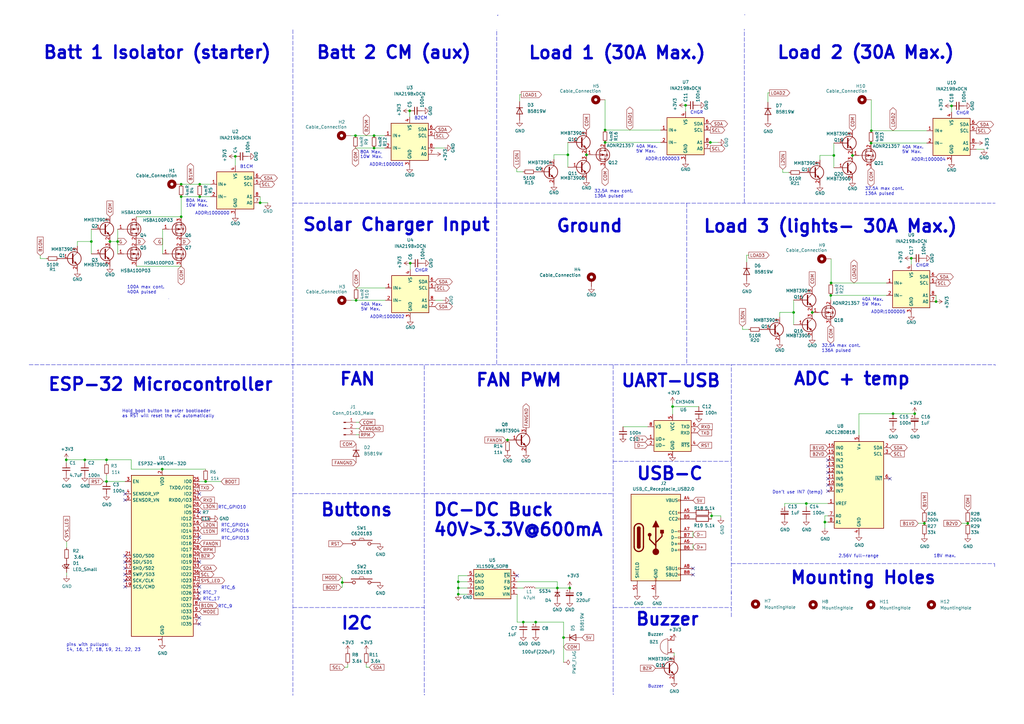
<source format=kicad_sch>
(kicad_sch (version 20211123) (generator eeschema)
  (paper "A3")
  (title_block (title "ESP32 Battery Isolator") (date "2021-12-05") (rev "80A r1") (company "Acea Quigg"))
  (junction (at 366.268 169.672))
  (junction (at 153.416 55.626))
  (junction (at 187.96 241.173))
  (junction (at 357.378 53.594))
  (junction (at 74.295 75.565))
  (junction (at 228.6 241.173))
  (junction (at 187.96 238.633))
  (junction (at 43.688 188.595))
  (junction (at 37.465 99.06))
  (junction (at 231.14 261.493))
  (junction (at 81.915 80.645))
  (junction (at 275.844 166.751))
  (junction (at 396.9258 214.6554))
  (junction (at 43.688 197.485))
  (junction (at 375.158 169.672))
  (junction (at 340.741 121.158))
  (junction (at 342.011 63.754))
  (junction (at 168.275 107.95))
  (junction (at 74.295 88.9))
  (junction (at 232.918 63.5))
  (junction (at 74.295 80.645))
  (junction (at 84.328 197.485))
  (junction (at 248.158 53.34))
  (junction (at 106.68 83.185))
  (junction (at 27.178 188.595))
  (junction (at 208.153 180.467))
  (junction (at 349.631 63.754))
  (junction (at 330.708 206.502))
  (junction (at 291.846 211.582))
  (junction (at 45.085 99.06))
  (junction (at 248.158 58.42))
  (junction (at 333.121 128.143))
  (junction (at 390.271 43.434))
  (junction (at 96.52 64.135))
  (junction (at 233.68 241.173))
  (junction (at 146.05 123.19))
  (junction (at 168.021 45.466))
  (junction (at 340.868 116.078))
  (junction (at 153.416 60.706))
  (junction (at 379.1458 214.6554))
  (junction (at 140.3604 238.887))
  (junction (at 383.921 123.698))
  (junction (at 240.538 63.5))
  (junction (at 291.338 58.42))
  (junction (at 219.71 255.143))
  (junction (at 373.761 105.918))
  (junction (at 187.96 243.713))
  (junction (at 325.501 128.143))
  (junction (at 357.251 58.674))
  (junction (at 81.915 75.565))
  (junction (at 34.798 188.595))
  (junction (at 214.63 255.143))
  (junction (at 48.26 99.06))
  (junction (at 66.548 192.405))
  (junction (at 145.796 55.626))
  (junction (at 338.328 214.122))
  (junction (at 281.178 43.18))
  (no_connect (at 364.998 196.342))
  (no_connect (at 339.598 196.342))
  (no_connect (at 81.788 202.565))
  (no_connect (at 212.09 236.093))
  (no_connect (at 284.226 235.712))
  (no_connect (at 51.308 205.105))
  (no_connect (at 81.788 230.505))
  (no_connect (at 51.308 227.965))
  (no_connect (at 339.598 198.882))
  (no_connect (at 81.788 255.905))
  (no_connect (at 81.788 240.665))
  (no_connect (at 51.308 235.585))
  (no_connect (at 81.788 245.745))
  (no_connect (at 51.308 202.565))
  (no_connect (at 81.788 253.365))
  (no_connect (at 51.308 230.505))
  (no_connect (at 81.788 220.345))
  (no_connect (at 51.308 240.665))
  (no_connect (at 81.788 243.205))
  (no_connect (at 81.788 210.185))
  (no_connect (at 51.308 238.125))
  (no_connect (at 284.226 233.172))
  (no_connect (at 339.598 201.422))
  (no_connect (at 339.598 188.722))
  (no_connect (at 339.598 191.262))
  (no_connect (at 339.598 193.802))
  (no_connect (at 51.308 233.045))
  (wire (pts (xy 191.77 238.633) (xy 187.96 238.633)))
  (wire (pts (xy 275.844 166.751) (xy 275.844 165.481)))
  (wire (pts (xy 319.786 128.143) (xy 325.501 128.143)))
  (wire (pts (xy 66.675 93.98) (xy 66.675 104.14)))
  (wire (pts (xy 27.305 224.663) (xy 27.305 222.123)))
  (wire (pts (xy 291.846 212.852) (xy 291.846 211.582)))
  (wire (pts (xy 231.14 271.653) (xy 231.14 261.493)))
  (wire (pts (xy 232.918 63.5) (xy 232.918 68.58)))
  (wire (pts (xy 248.158 58.42) (xy 271.018 58.42)))
  (wire (pts (xy 352.298 169.672) (xy 352.298 178.562)))
  (wire (pts (xy 281.178 43.18) (xy 281.178 45.72)))
  (wire (pts (xy 16.51 106.045) (xy 16.51 104.775)))
  (wire (pts (xy 106.68 80.645) (xy 106.68 83.185)))
  (polyline (pts (xy 120.142 12.192) (xy 120.142 149.606)))
  (wire (pts (xy 323.596 70.739) (xy 321.056 70.739)))
  (wire (pts (xy 212.09 238.633) (xy 228.6 238.633)))
  (wire (pts (xy 187.96 238.633) (xy 187.96 236.093)))
  (polyline (pts (xy 203.708 149.352) (xy 203.708 12.192)))
  (polyline (pts (xy 203.962 6.35) (xy 204.216 6.35)))
  (polyline (pts (xy 204.216 6.35) (xy 204.216 6.096)))
  (wire (pts (xy 373.761 105.918) (xy 373.761 108.458)))
  (polyline (pts (xy 69.215 122.555) (xy 69.1642 122.555)))
  (wire (pts (xy 191.77 243.713) (xy 187.96 243.713)))
  (polyline (pts (xy 173.99 149.86) (xy 173.99 284.988)))
  (polyline (pts (xy 173.99 284.988) (xy 174.244 284.988)))
  (wire (pts (xy 342.011 58.674) (xy 342.011 63.754)))
  (wire (pts (xy 228.6 241.173) (xy 233.68 241.173)))
  (wire (pts (xy 147.32 175.768) (xy 146.05 175.768)))
  (polyline (pts (xy 299.974 242.824) (xy 299.974 243.586)))
  (wire (pts (xy 74.295 80.645) (xy 74.295 88.9)))
  (wire (pts (xy 106.68 83.185) (xy 109.855 83.185)))
  (wire (pts (xy 143.891 55.626) (xy 145.796 55.626)))
  (wire (pts (xy 227.203 63.5) (xy 232.918 63.5)))
  (wire (pts (xy 31.75 99.06) (xy 37.465 99.06)))
  (wire (pts (xy 48.26 104.14) (xy 48.26 99.06)))
  (wire (pts (xy 74.295 80.645) (xy 81.915 80.645)))
  (wire (pts (xy 153.416 60.706) (xy 157.861 60.706)))
  (wire (pts (xy 55.88 109.22) (xy 74.295 109.22)))
  (wire (pts (xy 304.546 135.128) (xy 304.546 133.858)))
  (wire (pts (xy 357.378 40.894) (xy 357.378 53.594)))
  (wire (pts (xy 275.844 169.926) (xy 275.844 166.751)))
  (wire (pts (xy 187.96 241.173) (xy 187.96 238.633)))
  (wire (pts (xy 151.511 273.685) (xy 150.241 273.685)))
  (wire (pts (xy 330.708 207.772) (xy 330.708 206.502)))
  (wire (pts (xy 153.416 55.626) (xy 157.861 55.626)))
  (wire (pts (xy 211.963 70.485) (xy 211.963 69.215)))
  (wire (pts (xy 150.241 273.685) (xy 150.241 272.415)))
  (polyline (pts (xy 299.974 149.606) (xy 299.72 149.606)))
  (polyline (pts (xy 299.974 252.984) (xy 299.974 149.606)))
  (wire (pts (xy 314.96 38.1) (xy 314.96 41.91)))
  (wire (pts (xy 168.275 107.95) (xy 168.275 110.49)))
  (wire (pts (xy 66.548 192.405) (xy 53.848 192.405)))
  (wire (pts (xy 37.465 93.98) (xy 37.465 99.06)))
  (polyline (pts (xy 299.974 231.14) (xy 407.924 231.14)))
  (polyline (pts (xy 407.924 231.14) (xy 407.924 232.41)))
  (wire (pts (xy 84.328 197.485) (xy 90.678 197.485)))
  (wire (pts (xy 291.846 211.582) (xy 291.846 210.312)))
  (polyline (pts (xy 251.46 249.174) (xy 299.974 249.174)))
  (wire (pts (xy 139.9794 240.8936) (xy 140.3604 240.8936)))
  (wire (pts (xy 338.328 211.582) (xy 338.328 214.122)))
  (wire (pts (xy 37.465 99.06) (xy 37.465 104.14)))
  (wire (pts (xy 191.77 241.173) (xy 187.96 241.173)))
  (wire (pts (xy 140.3604 236.855) (xy 140.3604 238.887)))
  (polyline (pts (xy 299.974 202.438) (xy 299.974 202.692)))
  (wire (pts (xy 366.268 169.672) (xy 375.158 169.672)))
  (wire (pts (xy 48.26 99.06) (xy 48.26 93.98)))
  (wire (pts (xy 53.848 188.595) (xy 43.688 188.595)))
  (wire (pts (xy 55.88 88.9) (xy 74.295 88.9)))
  (polyline (pts (xy 251.46 189.23) (xy 299.974 189.23)))
  (wire (pts (xy 336.296 65.659) (xy 336.296 63.754)))
  (wire (pts (xy 276.479 267.716) (xy 276.479 268.986)))
  (wire (pts (xy 187.96 236.093) (xy 191.77 236.093)))
  (wire (pts (xy 291.846 211.582) (xy 295.656 211.582)))
  (wire (pts (xy 219.71 255.143) (xy 214.63 255.143)))
  (wire (pts (xy 284.226 217.932) (xy 284.226 220.472)))
  (wire (pts (xy 295.656 211.582) (xy 295.656 212.217)))
  (wire (pts (xy 321.056 70.739) (xy 321.056 69.469)))
  (polyline (pts (xy 120.142 202.438) (xy 173.99 202.438)))
  (wire (pts (xy 96.52 64.135) (xy 96.52 67.945)))
  (wire (pts (xy 168.021 45.466) (xy 168.021 48.006)))
  (polyline (pts (xy 120.142 149.606) (xy 120.142 285.242)))
  (wire (pts (xy 383.921 121.158) (xy 383.921 123.698)))
  (wire (pts (xy 325.501 123.063) (xy 325.501 128.143)))
  (wire (pts (xy 352.298 169.672) (xy 366.268 169.672)))
  (wire (pts (xy 139.9794 236.855) (xy 140.3604 236.855)))
  (wire (pts (xy 74.295 75.565) (xy 81.915 75.565)))
  (wire (pts (xy 66.548 192.405) (xy 84.328 192.405)))
  (wire (pts (xy 178.435 123.19) (xy 181.61 123.19)))
  (wire (pts (xy 284.226 223.012) (xy 284.226 225.552)))
  (wire (pts (xy 31.75 100.965) (xy 31.75 99.06)))
  (wire (pts (xy 390.271 43.434) (xy 390.271 45.974)))
  (wire (pts (xy 231.14 261.493) (xy 231.14 255.143)))
  (wire (pts (xy 34.798 188.595) (xy 27.178 188.595)))
  (wire (pts (xy 145.796 55.626) (xy 153.416 55.626)))
  (wire (pts (xy 187.96 243.713) (xy 187.96 241.173)))
  (wire (pts (xy 140.3604 240.8936) (xy 140.3604 238.887)))
  (wire (pts (xy 339.598 211.582) (xy 338.328 211.582)))
  (wire (pts (xy 147.32 178.308) (xy 146.05 178.308)))
  (wire (pts (xy 144.018 123.19) (xy 146.05 123.19)))
  (wire (pts (xy 212.09 241.173) (xy 214.63 241.173)))
  (wire (pts (xy 255.524 175.006) (xy 265.684 175.006)))
  (wire (pts (xy 400.431 61.214) (xy 403.606 61.214)))
  (wire (pts (xy 340.868 106.172) (xy 340.868 116.078)))
  (wire (pts (xy 81.915 75.565) (xy 86.36 75.565)))
  (wire (pts (xy 306.2224 104.648) (xy 307.1114 104.648)))
  (wire (pts (xy 342.011 63.754) (xy 342.011 68.834)))
  (wire (pts (xy 340.741 121.158) (xy 340.741 123.063)))
  (polyline (pts (xy 251.46 149.606) (xy 251.46 284.734)))
  (polyline (pts (xy 251.46 284.734) (xy 251.714 284.734)))
  (wire (pts (xy 227.203 65.405) (xy 227.203 63.5)))
  (wire (pts (xy 228.6 238.633) (xy 228.6 241.173)))
  (wire (pts (xy 307.086 135.128) (xy 304.546 135.128)))
  (wire (pts (xy 315.595 38.1) (xy 314.96 38.1)))
  (wire (pts (xy 81.915 80.645) (xy 86.36 80.645)))
  (wire (pts (xy 248.158 40.894) (xy 248.158 53.34)))
  (polyline (pts (xy 305.308 6.096) (xy 305.562 6.096)))
  (polyline (pts (xy 305.308 83.312) (xy 305.308 11.938)))
  (wire (pts (xy 319.786 130.048) (xy 319.786 128.143)))
  (polyline (pts (xy 11.938 149.606) (xy 408.178 149.606)))
  (polyline (pts (xy 408.178 149.606) (xy 408.178 149.86)))
  (wire (pts (xy 306.2224 107.5436) (xy 306.2224 104.648)))
  (wire (pts (xy 147.32 173.228) (xy 146.05 173.228)))
  (wire (pts (xy 45.085 99.06) (xy 48.26 99.06)))
  (wire (pts (xy 145.796 60.706) (xy 153.416 60.706)))
  (wire (pts (xy 213.106 41.656) (xy 213.106 38.8112)))
  (wire (pts (xy 43.688 197.485) (xy 51.308 197.485)))
  (wire (pts (xy 212.09 243.713) (xy 212.09 255.143)))
  (polyline (pts (xy 173.99 202.438) (xy 251.46 202.438)))
  (wire (pts (xy 213.106 38.8112) (xy 213.7918 38.8112)))
  (wire (pts (xy 27.305 234.823) (xy 27.305 236.093)))
  (polyline (pts (xy 120.142 249.174) (xy 173.99 249.174)))
  (polyline (pts (xy 173.99 249.174) (xy 173.99 249.428)))
  (polyline (pts (xy 281.686 83.312) (xy 281.686 149.606)))
  (wire (pts (xy 321.818 207.772) (xy 321.818 206.502)))
  (wire (pts (xy 214.503 70.485) (xy 211.963 70.485)))
  (wire (pts (xy 43.688 197.485) (xy 42.418 197.485)))
  (wire (pts (xy 146.05 123.19) (xy 158.115 123.19)))
  (wire (pts (xy 207.4418 180.467) (xy 208.153 180.467)))
  (wire (pts (xy 43.688 188.595) (xy 34.798 188.595)))
  (wire (pts (xy 53.848 192.405) (xy 53.848 188.595)))
  (wire (pts (xy 140.3604 238.887) (xy 140.716 238.887)))
  (wire (pts (xy 330.708 206.502) (xy 339.598 206.502)))
  (wire (pts (xy 394.3858 214.6554) (xy 396.9258 214.6554)))
  (wire (pts (xy 291.3341 58.42) (xy 291.338 58.42)))
  (wire (pts (xy 291.338 58.42) (xy 294.5091 58.42)))
  (wire (pts (xy 357.251 58.674) (xy 380.111 58.674)))
  (wire (pts (xy 81.788 197.485) (xy 84.328 197.485)))
  (wire (pts (xy 219.71 241.173) (xy 228.6 241.173)))
  (wire (pts (xy 376.6058 214.6554) (xy 379.1458 214.6554)))
  (wire (pts (xy 141.351 273.685) (xy 142.621 273.685)))
  (polyline (pts (xy 203.708 83.312) (xy 408.178 83.312)))
  (wire (pts (xy 219.71 255.143) (xy 231.14 255.143)))
  (wire (pts (xy 325.501 128.143) (xy 325.501 133.223)))
  (wire (pts (xy 340.741 121.158) (xy 363.601 121.158)))
  (wire (pts (xy 338.328 214.122) (xy 338.328 216.662)))
  (wire (pts (xy 43.688 188.595) (xy 43.688 189.865)))
  (wire (pts (xy 357.251 53.594) (xy 357.378 53.594)))
  (wire (pts (xy 357.378 53.594) (xy 380.111 53.594)))
  (wire (pts (xy 43.688 197.485) (xy 43.688 194.945)))
  (wire (pts (xy 178.181 60.706) (xy 182.372 60.706)))
  (wire (pts (xy 321.818 206.502) (xy 330.708 206.502)))
  (wire (pts (xy 232.918 58.42) (xy 232.918 63.5)))
  (wire (pts (xy 248.158 53.34) (xy 271.018 53.34)))
  (wire (pts (xy 146.05 118.11) (xy 158.115 118.11)))
  (wire (pts (xy 214.63 255.143) (xy 212.09 255.143)))
  (wire (pts (xy 27.178 188.595) (xy 27.178 189.865)))
  (wire (pts (xy 275.844 166.751) (xy 286.639 166.751)))
  (wire (pts (xy 336.296 63.754) (xy 342.011 63.754)))
  (polyline (pts (xy 120.142 83.312) (xy 203.708 83.312)))
  (wire (pts (xy 339.598 214.122) (xy 338.328 214.122)))
  (wire (pts (xy 142.621 273.685) (xy 142.621 272.415)))
  (wire (pts (xy 340.741 116.078) (xy 340.868 116.078)))
  (wire (pts (xy 340.868 116.078) (xy 363.601 116.078)))
  (wire (pts (xy 34.798 188.595) (xy 34.798 189.865)))
  (wire (pts (xy 19.05 106.045) (xy 16.51 106.045)))
  (text "RTC_GPIO10" (at 89.408 208.915 0) (effects (font (size 1.27 1.27)) (justify left bottom)))
  (text "Mounting Holes" (at 323.85 240.03 0) (effects (font (size 5.08 5.08) (thickness 1.016) bold) (justify left bottom)))
  (text "40A Max." (at 147.955 125.73 0) (effects (font (size 1.27 1.27)) (justify left bottom)))
  (text "Ground" (at 227.838 95.758 0) (effects (font (size 5.08 5.08) (thickness 1.016) bold) (justify left bottom)))
  (text "5W Max." (at 147.955 127.635 0) (effects (font (size 1.27 1.27)) (justify left bottom)))
  (text "32.5A max cont.\n136A pulsed" (at 354.711 80.264 0) (effects (font (size 1.27 1.27)) (justify left bottom)))
  (text "B2CM" (at 169.926 49.276 0) (effects (font (size 1.27 1.27)) (justify left bottom)))
  (text "ADDR:1000001" (at 151.511 68.326 0) (effects (font (size 1.27 1.27)) (justify left bottom)))
  (text "RTC_7" (at 83.0834 243.9924 0) (effects (font (size 1.27 1.27)) (justify left bottom)))
  (text "ADDR:1000003" (at 264.668 66.04 0) (effects (font (size 1.27 1.27)) (justify left bottom)))
  (text "I2C\n" (at 139.573 258.699 0) (effects (font (size 5.08 5.08) (thickness 1.016) bold) (justify left bottom)))
  (text "Hold boot button to enter bootloader \nas ~{RST} will reset the uC automatically" (at 50.038 171.45 0) (effects (font (size 1.27 1.27)) (justify left bottom)))
  (text "ESP-32 Microcontroller" (at 19.3294 160.782 0) (effects (font (size 5.08 5.08) (thickness 1.016) bold) (justify left bottom)))
  (text "UART-USB" (at 254.381 159.258 0) (effects (font (size 5.08 5.08) (thickness 1.016) bold) (justify left bottom)))
  (text "32.5A max cont.\n136A pulsed" (at 336.931 144.653 0) (effects (font (size 1.27 1.27)) (justify left bottom)))
  (text "10W Max." (at 147.701 65.151 0) (effects (font (size 1.27 1.27)) (justify left bottom)))
  (text "DC-DC Buck\n40V>3.3V@600mA" (at 177.419 220.345 0) (effects (font (size 5.08 5.08) (thickness 1.016) bold) (justify left bottom)))
  (text "Load 3 (lights- 30A Max.)" (at 288.163 95.885 0) (effects (font (size 5.08 5.08) (thickness 1.016) bold) (justify left bottom)))
  (text "ADDR:1000005" (at 357.251 128.778 0) (effects (font (size 1.27 1.27)) (justify left bottom)))
  (text "ADDR:1000004" (at 373.761 66.294 0) (effects (font (size 1.27 1.27)) (justify left bottom)))
  (text "40A Max." (at 369.951 61.214 0) (effects (font (size 1.27 1.27)) (justify left bottom)))
  (text "Buttons" (at 131.191 212.217 0) (effects (font (size 5.08 5.08) (thickness 1.016) bold) (justify left bottom)))
  (text "CHGR" (at 170.18 111.76 0) (effects (font (size 1.27 1.27)) (justify left bottom)))
  (text "80A Max." (at 76.2 83.185 0) (effects (font (size 1.27 1.27)) (justify left bottom)))
  (text "ADDR:1000000" (at 80.01 88.265 0) (effects (font (size 1.27 1.27)) (justify left bottom)))
  (text "CHGR" (at 392.176 47.244 0) (effects (font (size 1.27 1.27)) (justify left bottom)))
  (text "CHGR" (at 375.666 109.728 0) (effects (font (size 1.27 1.27)) (justify left bottom)))
  (text "B1CM" (at 98.425 69.215 0) (effects (font (size 1.27 1.27)) (justify left bottom)))
  (text "RTC_9" (at 89.408 249.555 0) (effects (font (size 1.27 1.27)) (justify left bottom)))
  (text "ADDR:1000002" (at 151.765 130.81 0) (effects (font (size 1.27 1.27)) (justify left bottom)))
  (text "5W Max." (at 369.951 63.119 0) (effects (font (size 1.27 1.27)) (justify left bottom)))
  (text "Don’t use IN7 (temp)" (at 316.738 202.692 0) (effects (font (size 1.27 1.27)) (justify left bottom)))
  (text "40A Max." (at 260.858 60.96 0) (effects (font (size 1.27 1.27)) (justify left bottom)))
  (text "2.56V full-range" (at 343.8652 228.8794 0) (effects (font (size 1.27 1.27)) (justify left bottom)))
  (text "80A Max." (at 147.701 63.246 0) (effects (font (size 1.27 1.27)) (justify left bottom)))
  (text "RTC_6" (at 90.678 241.935 0) (effects (font (size 1.27 1.27)) (justify left bottom)))
  (text "100A max cont.\n400A pulsed" (at 52.07 120.65 0) (effects (font (size 1.27 1.27)) (justify left bottom)))
  (text "Load 2 (30A Max.)" (at 318.389 24.638 0) (effects (font (size 5.08 5.08) (thickness 1.016) bold) (justify left bottom)))
  (text "pins with pullups:\n14, 16, 17, 18, 19, 21, 22, 23" (at 27.178 267.335 0) (effects (font (size 1.27 1.27)) (justify left bottom)))
  (text "32.5A max cont.\n136A pulsed" (at 243.713 81.28 0) (effects (font (size 1.27 1.27)) (justify left bottom)))
  (text "5W Max." (at 353.441 125.603 0) (effects (font (size 1.27 1.27)) (justify left bottom)))
  (text "FAN" (at 138.938 158.623 0) (effects (font (size 5.08 5.08) (thickness 1.016) bold) (justify left bottom)))
  (text "RTC_GPIO16" (at 90.6018 218.5924 0) (effects (font (size 1.27 1.27)) (justify left bottom)))
  (text "RTC_GPIO14" (at 90.6526 216.2556 0) (effects (font (size 1.27 1.27)) (justify left bottom)))
  (text "RTC_17" (at 83.1342 246.507 0) (effects (font (size 1.27 1.27)) (justify left bottom)))
  (text "10W Max." (at 76.2 85.09 0) (effects (font (size 1.27 1.27)) (justify left bottom)))
  (text "Batt 1 Isolator (starter)" (at 17.399 24.638 0) (effects (font (size 5.08 5.08) (thickness 1.016) bold) (justify left bottom)))
  (text "Solar Charger Input" (at 123.825 95.25 0) (effects (font (size 5.08 5.08) (thickness 1.016) bold) (justify left bottom)))
  (text "CHGR" (at 283.083 46.99 0) (effects (font (size 1.27 1.27)) (justify left bottom)))
  (text "ADC + temp" (at 325.12 158.496 0) (effects (font (size 5.08 5.08) (thickness 1.016) bold) (justify left bottom)))
  (text "FAN PWM" (at 194.818 159.004 0) (effects (font (size 5.08 5.08) (thickness 1.016) bold) (justify left bottom)))
  (text "5W Max." (at 260.858 62.865 0) (effects (font (size 1.27 1.27)) (justify left bottom)))
  (text "40A Max." (at 353.441 123.698 0) (effects (font (size 1.27 1.27)) (justify left bottom)))
  (text "Load 1 (30A Max.)" (at 216.408 24.765 0) (effects (font (size 5.08 5.08) (thickness 1.016) bold) (justify left bottom)))
  (text "Buzzer" (at 265.684 282.321 0) (effects (font (size 1.27 1.27)) (justify left bottom)))
  (text "18V max." (at 382.905 228.854 0) (effects (font (size 1.27 1.27)) (justify left bottom)))
  (text "Batt 2 CM (aux)" (at 129.413 24.638 0) (effects (font (size 5.08 5.08) (thickness 1.016) bold) (justify left bottom)))
  (text "RTC_GPIO13" (at 90.678 221.615 0) (effects (font (size 1.27 1.27)) (justify left bottom)))
  (text "USB-C" (at 260.731 197.358 0) (effects (font (size 5.08 5.08) (thickness 1.016) bold) (justify left bottom)))
  (text "Buzzer\n" (at 260.35 257.048 0) (effects (font (size 5.08 5.08) (thickness 1.016) bold) (justify left bottom)))
  (global_label "COM" (shape input) (at 146.05 182.118 180) (property "Intersheet References" "${INTERSHEET_REFS}" (effects hide)))
  (global_label "L3ON" (shape input) (at 304.546 133.858 90) (property "Intersheet References" "${INTERSHEET_REFS}" (effects hide)))
  (global_label "B2VD" (shape input) (at 394.3858 214.6554 180) (property "Intersheet References" "${INTERSHEET_REFS}" (effects hide)))
  (global_label "SDA" (shape bidirectional) (at 400.431 51.054 0) (property "Intersheet References" "${INTERSHEET_REFS}" (effects hide)))
  (global_label "L2ON" (shape input) (at 81.788 215.265 0) (property "Intersheet References" "${INTERSHEET_REFS}" (effects hide)))
  (global_label "FANON" (shape input) (at 81.788 222.885 0) (property "Intersheet References" "${INTERSHEET_REFS}" (effects hide)))
  (global_label "RXD" (shape input) (at 286.004 175.006 0) (property "Intersheet References" "${INTERSHEET_REFS}" (effects hide)))
  (global_label "SCL" (shape output) (at 81.788 235.585 0) (property "Intersheet References" "${INTERSHEET_REFS}" (effects hide)))
  (global_label "LOAD1" (shape output) (at 213.7918 38.8112 0) (property "Intersheet References" "${INTERSHEET_REFS}" (effects hide)))
  (global_label "SCL" (shape output) (at 291.338 53.34 0) (property "Intersheet References" "${INTERSHEET_REFS}" (effects hide)))
  (global_label "SCL" (shape output) (at 383.921 116.078 0) (property "Intersheet References" "${INTERSHEET_REFS}" (effects hide)))
  (global_label "SYS_LED" (shape output) (at 81.788 238.125 0) (property "Intersheet References" "${INTERSHEET_REFS}" (effects hide)))
  (global_label "B1ON" (shape output) (at 81.788 248.285 0) (property "Intersheet References" "${INTERSHEET_REFS}" (effects hide)))
  (global_label "B1VD" (shape input) (at 339.598 183.642 180) (property "Intersheet References" "${INTERSHEET_REFS}" (effects hide)))
  (global_label "SDA" (shape bidirectional) (at 383.921 113.538 0) (property "Intersheet References" "${INTERSHEET_REFS}" (effects hide)))
  (global_label "COM" (shape input) (at 396.9258 209.5754 90) (property "Intersheet References" "${INTERSHEET_REFS}" (effects hide)))
  (global_label "MODE" (shape input) (at 81.788 250.825 0) (property "Intersheet References" "${INTERSHEET_REFS}" (effects hide)))
  (global_label "BOOT" (shape input) (at 90.678 197.485 0) (property "Intersheet References" "${INTERSHEET_REFS}" (effects hide)))
  (global_label "SCL" (shape output) (at 291.338 60.96 0) (property "Intersheet References" "${INTERSHEET_REFS}" (effects hide)))
  (global_label "TXD" (shape input) (at 286.004 177.546 0) (property "Intersheet References" "${INTERSHEET_REFS}" (effects hide)))
  (global_label "SCL" (shape input) (at 364.998 186.182 0) (property "Intersheet References" "${INTERSHEET_REFS}" (effects hide)))
  (global_label "D-" (shape input) (at 284.226 219.202 0) (property "Intersheet References" "${INTERSHEET_REFS}" (effects hide)))
  (global_label "SDA" (shape bidirectional) (at 364.998 183.642 0) (property "Intersheet References" "${INTERSHEET_REFS}" (effects hide)))
  (global_label "RST" (shape input) (at 286.004 182.626 0) (property "Intersheet References" "${INTERSHEET_REFS}" (effects hide)))
  (global_label "COM" (shape bidirectional) (at 74.295 109.22 270) (property "Intersheet References" "${INTERSHEET_REFS}" (effects hide)))
  (global_label "COM" (shape bidirectional) (at 145.796 60.706 270) (property "Intersheet References" "${INTERSHEET_REFS}" (effects hide)))
  (global_label "COM" (shape bidirectional) (at 146.05 118.11 90) (property "Intersheet References" "${INTERSHEET_REFS}" (effects hide)))
  (global_label "SCL" (shape input) (at 141.351 273.685 180) (property "Intersheet References" "${INTERSHEET_REFS}" (effects hide)))
  (global_label "COM" (shape input) (at 333.121 117.983 90) (property "Intersheet References" "${INTERSHEET_REFS}" (effects hide)))
  (global_label "RXD" (shape input) (at 81.788 205.105 0) (property "Intersheet References" "${INTERSHEET_REFS}" (effects hide)))
  (global_label "BZR" (shape output) (at 81.788 227.965 0) (property "Intersheet References" "${INTERSHEET_REFS}" (effects hide)))
  (global_label "SDA" (shape bidirectional) (at 178.181 53.086 0) (property "Intersheet References" "${INTERSHEET_REFS}" (effects hide)))
  (global_label "MODE" (shape input) (at 139.9794 236.855 180) (property "Intersheet References" "${INTERSHEET_REFS}" (effects hide)))
  (global_label "COM" (shape bidirectional) (at 357.251 68.834 270) (property "Intersheet References" "${INTERSHEET_REFS}" (effects hide)))
  (global_label "L1ON" (shape input) (at 211.963 69.215 90) (property "Intersheet References" "${INTERSHEET_REFS}" (effects hide)))
  (global_label "G" (shape output) (at 48.26 99.06 0) (property "Intersheet References" "${INTERSHEET_REFS}" (effects hide)))
  (global_label "RST" (shape input) (at 140.716 223.012 180) (property "Intersheet References" "${INTERSHEET_REFS}" (effects hide)))
  (global_label "BZR" (shape input) (at 268.859 274.066 180) (property "Intersheet References" "${INTERSHEET_REFS}" (effects hide)))
  (global_label "RPM" (shape output) (at 147.32 178.308 0) (property "Intersheet References" "${INTERSHEET_REFS}" (effects hide)))
  (global_label "SCL" (shape output) (at 106.68 75.565 0) (property "Intersheet References" "${INTERSHEET_REFS}" (effects hide)))
  (global_label "SDA" (shape bidirectional) (at 178.435 115.57 0) (property "Intersheet References" "${INTERSHEET_REFS}" (effects hide)))
  (global_label "G" (shape output) (at 66.675 99.06 180) (property "Intersheet References" "${INTERSHEET_REFS}" (effects hide)))
  (global_label "RPM" (shape input) (at 81.788 225.425 0) (property "Intersheet References" "${INTERSHEET_REFS}" (effects hide)))
  (global_label "COM" (shape input) (at 45.085 88.9 90) (property "Intersheet References" "${INTERSHEET_REFS}" (effects hide)))
  (global_label "B1VD" (shape input) (at 376.6058 214.6554 180) (property "Intersheet References" "${INTERSHEET_REFS}" (effects hide)))
  (global_label "L2ON" (shape input) (at 321.056 69.469 90) (property "Intersheet References" "${INTERSHEET_REFS}" (effects hide)))
  (global_label "COM" (shape input) (at 231.14 265.303 0) (property "Intersheet References" "${INTERSHEET_REFS}" (effects hide)))
  (global_label "D-" (shape input) (at 265.684 182.626 180) (property "Intersheet References" "${INTERSHEET_REFS}" (effects hide)))
  (global_label "COM" (shape input) (at 349.631 53.594 90) (property "Intersheet References" "${INTERSHEET_REFS}" (effects hide)))
  (global_label "RST" (shape input) (at 42.418 197.485 180) (property "Intersheet References" "${INTERSHEET_REFS}" (effects hide)))
  (global_label "FANGND" (shape input) (at 147.32 175.768 0) (property "Intersheet References" "${INTERSHEET_REFS}" (effects hide)))
  (global_label "COM" (shape input) (at 147.32 173.228 0) (property "Intersheet References" "${INTERSHEET_REFS}" (effects hide)))
  (global_label "B2VD" (shape input) (at 339.598 186.182 180) (property "Intersheet References" "${INTERSHEET_REFS}" (effects hide)))
  (global_label "SDA" (shape bidirectional) (at 291.338 50.8 0) (property "Intersheet References" "${INTERSHEET_REFS}" (effects hide)))
  (global_label "SYS_LED" (shape input) (at 27.305 222.123 90) (property "Intersheet References" "${INTERSHEET_REFS}" (effects hide)))
  (global_label "COM" (shape bidirectional) (at 248.158 68.58 270) (property "Intersheet References" "${INTERSHEET_REFS}" (effects hide)))
  (global_label "SCL" (shape output) (at 400.431 53.594 0) (property "Intersheet References" "${INTERSHEET_REFS}" (effects hide)))
  (global_label "LOAD3" (shape bidirectional) (at 350.266 116.078 90) (property "Intersheet References" "${INTERSHEET_REFS}" (effects hide)))
  (global_label "B1VM" (shape bidirectional) (at 78.105 75.565 90) (property "Intersheet References" "${INTERSHEET_REFS}" (effects hide)))
  (global_label "LOAD2" (shape output) (at 315.595 38.1 0) (property "Intersheet References" "${INTERSHEET_REFS}" (effects hide)))
  (global_label "BOOT" (shape input) (at 139.9794 240.8936 180) (property "Intersheet References" "${INTERSHEET_REFS}" (effects hide)))
  (global_label "LOAD3" (shape output) (at 307.1114 104.648 0) (property "Intersheet References" "${INTERSHEET_REFS}" (effects hide)))
  (global_label "D" (shape output) (at 74.295 99.06 0) (property "Intersheet References" "${INTERSHEET_REFS}" (effects hide)))
  (global_label "SDA" (shape input) (at 151.511 273.685 0) (property "Intersheet References" "${INTERSHEET_REFS}" (effects hide)))
  (global_label "B1VM" (shape input) (at 379.1458 209.5754 90) (property "Intersheet References" "${INTERSHEET_REFS}" (effects hide)))
  (global_label "L3ON" (shape input) (at 81.788 207.645 0) (property "Intersheet References" "${INTERSHEET_REFS}" (effects hide)))
  (global_label "SDA" (shape bidirectional) (at 106.68 73.025 0) (property "Intersheet References" "${INTERSHEET_REFS}" (effects hide)))
  (global_label "SCL" (shape output) (at 178.181 55.626 0) (property "Intersheet References" "${INTERSHEET_REFS}" (effects hide)))
  (global_label "TXD" (shape output) (at 81.788 200.025 0) (property "Intersheet References" "${INTERSHEET_REFS}" (effects hide)))
  (global_label "FANON" (shape input) (at 207.4418 180.467 180) (property "Intersheet References" "${INTERSHEET_REFS}" (effects hide)))
  (global_label "B1ON" (shape input) (at 16.51 104.775 90) (property "Intersheet References" "${INTERSHEET_REFS}" (effects hide)))
  (global_label "D+" (shape input) (at 284.226 224.282 0) (property "Intersheet References" "${INTERSHEET_REFS}" (effects hide)))
  (global_label "L1ON" (shape input) (at 81.788 217.805 0) (property "Intersheet References" "${INTERSHEET_REFS}" (effects hide)))
  (global_label "FANGND" (shape output) (at 215.773 175.387 90) (property "Intersheet References" "${INTERSHEET_REFS}" (effects hide)))
  (global_label "COM" (shape bidirectional) (at 340.741 133.223 270) (property "Intersheet References" "${INTERSHEET_REFS}" (effects hide)))
  (global_label "SDA" (shape bidirectional) (at 178.435 125.73 0) (property "Intersheet References" "${INTERSHEET_REFS}" (effects hide)))
  (global_label "FANGND" (shape input) (at 146.05 189.738 180) (property "Intersheet References" "${INTERSHEET_REFS}" (effects hide)))
  (global_label "D+" (shape input) (at 265.684 180.086 180) (property "Intersheet References" "${INTERSHEET_REFS}" (effects hide)))
  (global_label "COM" (shape input) (at 240.538 53.34 90) (property "Intersheet References" "${INTERSHEET_REFS}" (effects hide)))
  (global_label "SDA" (shape bidirectional) (at 81.788 233.045 0) (property "Intersheet References" "${INTERSHEET_REFS}" (effects hide)))
  (global_label "D" (shape output) (at 55.88 99.06 0) (property "Intersheet References" "${INTERSHEET_REFS}" (effects hide)))
  (global_label "5V" (shape input) (at 238.76 261.493 0) (property "Intersheet References" "${INTERSHEET_REFS}" (effects hide)))
  (global_label "LOAD2" (shape bidirectional) (at 366.2679 53.594 90) (property "Intersheet References" "${INTERSHEET_REFS}" (effects hide)))
  (global_label "B2VM" (shape bidirectional) (at 150.241 55.626 90) (property "Intersheet References" "${INTERSHEET_REFS}" (effects hide)))
  (global_label "5V" (shape input) (at 284.226 205.232 0) (property "Intersheet References" "${INTERSHEET_REFS}" (effects hide)))
  (global_label "LOAD1" (shape bidirectional) (at 258.318 53.34 90) (property "Intersheet References" "${INTERSHEET_REFS}" (effects hide)))
  (global_label "SCL" (shape output) (at 178.435 118.11 0) (property "Intersheet References" "${INTERSHEET_REFS}" (effects hide)))
  (symbol (lib_id "RF_Module:ESP32-WROOM-32D") (at 66.548 227.965 0) (unit 1)
    (property "Reference" "U1" (at 66.548 187.8076 0))
    (property "Value" "ESP32-WROOM-32D" (at 66.548 190.119 0))
    (property "Footprint" "RF_Module:ESP32-WROOM-32" (effects hide))
    (property "Datasheet" "https://www.espressif.com/sites/default/files/documentation/esp32-wroom-32d_esp32-wroom-32u_datasheet_en.pdf" (effects hide))
    (property "lcsc_part_number" "C473012" (effects hide))
    (property "lcsc_url" "https://lcsc.com/product-detail/RF-Transceiver-ICs_Espressif-Systems-ESP32-WROOM-32D_C473012.html" (effects hide))
    (property "lcsc_min_qty" "1" (effects hide))
    (property "mfr_part_number" "ESP32-WROOM-32D" (effects hide))
    (property "package" "SMD-38" (effects hide))
  )
  (symbol (lib_id "power:GND") (at 86.868 212.725 90) (unit 1)
    (property "Reference" "#PWR09" (effects hide))
    (property "Value" "GND" (at 91.948 212.725 90))
  )
  (symbol (lib_id "power:GND") (at 66.548 263.525 0) (unit 1)
    (property "Reference" "#PWR08" (effects hide))
    (property "Value" "GND" (at 66.675 267.9192 0))
  )
  (symbol (lib_id "power:+3V3") (at 27.178 188.595 0) (unit 1)
    (property "Reference" "#PWR01" (effects hide))
    (property "Value" "+3V3" (at 27.559 184.2008 0))
  )
  (symbol (lib_id "power:GND") (at 379.1458 219.7354 0) (unit 1)
    (property "Reference" "#PWR068" (effects hide))
    (property "Value" "GND" (at 379.2728 224.1296 0))
  )
  (symbol (lib_id "power:GND") (at 396.9258 219.7354 0) (unit 1)
    (property "Reference" "#PWR073" (effects hide))
    (property "Value" "GND" (at 397.0528 224.1296 0))
  )
  (symbol (lib_id "power:GND") (at 43.688 202.565 0) (unit 1)
    (property "Reference" "#PWR06" (effects hide))
    (property "Value" "GND" (at 43.815 206.9592 0))
  )
  (symbol (lib_id "power:GND") (at 155.956 238.887 0) (unit 1)
    (property "Reference" "#PWR017" (effects hide))
    (property "Value" "GND" (at 156.083 243.2812 0))
  )
  (symbol (lib_id "power:+3V3") (at 142.621 267.335 0) (unit 1)
    (property "Reference" "#PWR014" (effects hide))
    (property "Value" "+3V3" (at 142.621 263.525 0))
  )
  (symbol (lib_id "power:+3V3") (at 150.241 267.335 0) (unit 1)
    (property "Reference" "#PWR015" (effects hide))
    (property "Value" "+3V3" (at 150.241 263.525 0))
  )
  (symbol (lib_id "power:PWR_FLAG") (at 231.14 271.653 270) (unit 1)
    (property "Reference" "#FLG01" (effects hide))
    (property "Value" "PWR_FLAG" (at 235.5342 271.653 0))
  )
  (symbol (lib_id "power:GND") (at 155.956 223.012 0) (unit 1)
    (property "Reference" "#PWR016" (effects hide))
    (property "Value" "GND" (at 156.083 227.4062 0))
  )
  (symbol (lib_id "Interface_USB:CH330N") (at 275.844 177.546 0) (unit 1)
    (property "Reference" "U6" (at 280.289 168.021 0))
    (property "Value" "CH340N" (at 280.924 164.846 0))
    (property "Footprint" "Package_SO:SOIC-8_3.9x4.9mm_P1.27mm" (effects hide))
    (property "lcsc_part_number" "C506813" (effects hide))
    (property "lcsc_min_qty" "1" (effects hide))
    (property "mfr_part_number" "CH340N" (effects hide))
    (property "package" "SOP-8" (effects hide))
  )
  (symbol (lib_id "MAX17260:GND") (at 275.844 187.706 0) (unit 1)
    (property "Reference" "#PWR043" (effects hide))
    (property "Value" "GND" (effects hide))
  )
  (symbol (lib_id "MAX17260:GND") (at 255.524 180.086 0) (unit 1)
    (property "Reference" "#PWR039" (effects hide))
    (property "Value" "GND" (effects hide))
  )
  (symbol (lib_id "MAX17260:GND") (at 286.639 171.831 0) (unit 1)
    (property "Reference" "#PWR049" (effects hide))
    (property "Value" "GND" (effects hide))
  )
  (symbol (lib_id "power:+3V3") (at 275.844 165.481 0) (unit 1)
    (property "Reference" "#PWR042" (effects hide))
    (property "Value" "+3V3" (at 276.225 161.0868 0))
  )
  (symbol (lib_id "Device:R_Small") (at 379.1458 212.1154 0) (unit 1)
    (property "Reference" "R26" (at 382.1938 210.7946 0))
    (property "Value" "200k" (at 382.6002 213.1822 0))
    (property "Footprint" "Resistor_SMD:R_0603_1608Metric" (effects hide))
    (property "lcsc_part_number" "C25811" (effects hide))
    (property "lcsc_url" "https://lcsc.com/product-detail/Chip-Resistor-Surface-Mount_Uniroyal-Elec-0603WAF2003T5E_C25811.html/?href=jlc-SMT" (effects hide))
    (property "package" "0603" (effects hide))
  )
  (symbol (lib_id "Device:R_Small") (at 379.1458 217.1954 0) (unit 1)
    (property "Reference" "R27" (at 382.1938 215.8746 0))
    (property "Value" "33k" (at 382.143 218.313 0))
    (property "Footprint" "Resistor_SMD:R_0603_1608Metric" (effects hide))
    (property "lcsc_part_number" " C4216" (effects hide))
    (property "lcsc_url" "https://lcsc.com/product-detail/Chip-Resistor-Surface-Mount_Uniroyal-Elec-0603WAF3302T5E_C4216.html/?href=jlc-SMT" (effects hide))
    (property "package" "0603" (effects hide))
  )
  (symbol (lib_id "power:GND") (at 34.798 194.945 0) (unit 1)
    (property "Reference" "#PWR05" (effects hide))
    (property "Value" "GND" (at 34.925 199.3392 0))
  )
  (symbol (lib_id "power:GND") (at 27.178 194.945 0) (unit 1)
    (property "Reference" "#PWR02" (effects hide))
    (property "Value" "GND" (at 27.305 199.3392 0))
  )
  (symbol (lib_id "MAX17260:TACT-SWITCH") (at 148.336 223.012 0) (unit 1)
    (property "Reference" "SW1" (at 148.336 216.535 0))
    (property "Value" "C620183" (at 148.336 218.8464 0))
    (property "Footprint" "Acea:TS4550TP" (effects hide))
    (property "lcsc_part_number" "C620183" (effects hide))
    (property "package" "4.5mm,4.5mm SMD" (effects hide))
  )
  (symbol (lib_id "power:+3V3") (at 375.158 169.672 0) (unit 1)
    (property "Reference" "#PWR065" (effects hide))
    (property "Value" "+3V3" (at 375.539 165.2778 0))
  )
  (symbol (lib_id "power:GND") (at 366.268 174.752 0) (unit 1)
    (property "Reference" "#PWR062" (effects hide))
    (property "Value" "GND" (at 366.395 179.1462 0))
  )
  (symbol (lib_id "Analog_ADC:ADC128D818") (at 352.298 198.882 0) (unit 1)
    (property "Reference" "U8" (at 344.678 174.752 0))
    (property "Value" "ADC128D818" (at 344.678 177.292 0))
    (property "Footprint" "Package_SO:TSSOP-16_4.4x5mm_P0.65mm" (effects hide))
    (property "Datasheet" "http://www.ti.com/lit/ds/symlink/adc128d818.pdf" (effects hide))
    (property "lcsc_part_number" "C139062" (effects hide))
    (property "lcsc_url" "https://lcsc.com/product-detail/Analog-To-Digital-Converters-ADCs_Texas-Instruments_ADC128D818CIMTX-NOPB_Texas-Instruments-Texas-Instruments-ADC128D818CIMTX-NOPB_C139062.html" (effects hide))
    (property "lcsc_min_qty" "1" (effects hide))
    (property "mfr_part_number" "ADC128D818CIMTX" (effects hide))
    (property "package" "TSSOP-16" (effects hide))
  )
  (symbol (lib_id "power:GND") (at 352.298 219.202 0) (unit 1)
    (property "Reference" "#PWR061" (effects hide))
    (property "Value" "GND" (at 352.425 223.5962 0))
  )
  (symbol (lib_id "power:GND") (at 375.158 174.752 0) (unit 1)
    (property "Reference" "#PWR066" (effects hide))
    (property "Value" "GND" (at 375.285 179.1462 0))
  )
  (symbol (lib_id "power:GND") (at 338.328 216.662 0) (unit 1)
    (property "Reference" "#PWR059" (effects hide))
    (property "Value" "GND" (at 338.455 221.0562 0))
  )
  (symbol (lib_id "power:GND") (at 321.818 212.852 0) (unit 1)
    (property "Reference" "#PWR055" (effects hide))
    (property "Value" "GND" (at 321.945 217.2462 0))
  )
  (symbol (lib_id "power:GND") (at 330.708 212.852 0) (unit 1)
    (property "Reference" "#PWR056" (effects hide))
    (property "Value" "GND" (at 330.835 217.2462 0))
  )
  (symbol (lib_id "Device:R_Small") (at 396.9258 212.1154 0) (unit 1)
    (property "Reference" "R28" (at 399.9738 210.7946 0))
    (property "Value" "200k" (at 400.3802 213.1822 0))
    (property "Footprint" "Resistor_SMD:R_0603_1608Metric" (effects hide))
    (property "lcsc_part_number" "C25811" (effects hide))
    (property "lcsc_url" "https://lcsc.com/product-detail/Chip-Resistor-Surface-Mount_Uniroyal-Elec-0603WAF2003T5E_C25811.html/?href=jlc-SMT" (effects hide))
    (property "package" "0603" (effects hide))
  )
  (symbol (lib_id "Device:R_Small") (at 396.9258 217.1954 0) (unit 1)
    (property "Reference" "R29" (at 399.9738 215.8746 0))
    (property "Value" "33k" (at 399.923 218.313 0))
    (property "Footprint" "Resistor_SMD:R_0603_1608Metric" (effects hide))
    (property "lcsc_part_number" " C4216" (effects hide))
    (property "lcsc_url" "https://lcsc.com/product-detail/Chip-Resistor-Surface-Mount_Uniroyal-Elec-0603WAF3302T5E_C4216.html/?href=jlc-SMT" (effects hide))
    (property "package" "0603" (effects hide))
  )
  (symbol (lib_id "MAX17260:TACT-SWITCH") (at 148.336 238.887 0) (unit 1)
    (property "Reference" "SW2" (at 148.336 232.41 0))
    (property "Value" "C620183" (at 148.336 234.7214 0))
    (property "Footprint" "Acea:TS4550TP" (effects hide))
    (property "lcsc_part_number" "C620183" (effects hide))
    (property "package" "4.5mm,4.5mm SMD" (effects hide))
  )
  (symbol (lib_id "Device:C_Small") (at 34.798 192.405 0) (unit 1)
    (property "Reference" "C2" (at 36.068 189.865 0) (effects (justify left)))
    (property "Value" "100n" (at 36.068 194.945 0) (effects (justify left)))
    (property "Footprint" "Capacitor_SMD:C_0603_1608Metric" (effects hide))
    (property "lcsc_part_number" "C14663" (effects hide))
    (property "lcsc_url" "https://lcsc.com/product-detail/Multilayer-Ceramic-Capacitors-MLCC-SMD-SMT_100nF-104-10-50V_C14663.html/?href=jlc-SMT" (effects hide))
    (property "package" "0603" (effects hide))
  )
  (symbol (lib_id "Device:R_Small") (at 43.688 192.405 0) (unit 1)
    (property "Reference" "R3" (at 46.736 191.0842 0))
    (property "Value" "11k" (at 47.498 193.675 0))
    (property "Footprint" "Resistor_SMD:R_0603_1608Metric" (effects hide))
    (property "lcsc_part_number" "C25950" (effects hide))
    (property "lcsc_url" "https://lcsc.com/product-detail/Chip-Resistor-Surface-Mount_Uniroyal-Elec-0603WAF1102T5E_C25950.html/?href=jlc-SMT" (effects hide))
    (property "package" "0603" (effects hide))
  )
  (symbol (lib_id "Device:C_Small") (at 43.688 200.025 0) (unit 1)
    (property "Reference" "C3" (at 46.228 198.755 0) (effects (justify left)))
    (property "Value" "100n" (at 46.228 201.295 0) (effects (justify left)))
    (property "Footprint" "Capacitor_SMD:C_0603_1608Metric" (effects hide))
    (property "lcsc_part_number" "C14663" (effects hide))
    (property "lcsc_url" "https://lcsc.com/product-detail/Multilayer-Ceramic-Capacitors-MLCC-SMD-SMT_100nF-104-10-50V_C14663.html/?href=jlc-SMT" (effects hide))
    (property "package" "0603" (effects hide))
  )
  (symbol (lib_id "Device:R_Small") (at 84.328 194.945 0) (unit 1)
    (property "Reference" "R6" (at 87.376 193.6242 0))
    (property "Value" "11k" (at 88.138 196.215 0))
    (property "Footprint" "Resistor_SMD:R_0603_1608Metric" (effects hide))
    (property "lcsc_part_number" "C25950" (effects hide))
    (property "lcsc_url" "https://lcsc.com/product-detail/Chip-Resistor-Surface-Mount_Uniroyal-Elec-0603WAF1102T5E_C25950.html/?href=jlc-SMT" (effects hide))
    (property "package" "0603" (effects hide))
  )
  (symbol (lib_id "Device:R_Small") (at 142.621 269.875 0) (unit 1)
    (property "Reference" "R8" (at 145.669 268.5542 0))
    (property "Value" "3.6k" (at 146.431 271.145 0))
    (property "Footprint" "Resistor_SMD:R_0603_1608Metric" (effects hide))
    (property "lcsc_part_number" "C22980" (effects hide))
    (property "lcsc_url" "https://lcsc.com/product-detail/Chip-Resistor-Surface-Mount_Uniroyal-Elec-0603WAF3601T5E_C22980.html/?href=jlc-SMT" (effects hide))
    (property "package" "0603" (effects hide))
  )
  (symbol (lib_id "Device:R_Small") (at 150.241 269.875 0) (unit 1)
    (property "Reference" "R11" (at 153.289 268.5542 0))
    (property "Value" "3.6k" (at 154.051 271.145 0))
    (property "Footprint" "Resistor_SMD:R_0603_1608Metric" (effects hide))
    (property "lcsc_part_number" "C22980" (effects hide))
    (property "lcsc_url" "https://lcsc.com/product-detail/Chip-Resistor-Surface-Mount_Uniroyal-Elec-0603WAF3601T5E_C22980.html/?href=jlc-SMT" (effects hide))
    (property "package" "0603" (effects hide))
  )
  (symbol (lib_id "Device:R_Small") (at 84.328 212.725 270) (unit 1)
    (property "Reference" "R7" (at 84.328 210.185 90))
    (property "Value" "11k" (at 84.328 212.725 90))
    (property "Footprint" "Resistor_SMD:R_0603_1608Metric" (effects hide))
    (property "lcsc_part_number" "C25950" (effects hide))
    (property "lcsc_url" "https://lcsc.com/product-detail/Chip-Resistor-Surface-Mount_Uniroyal-Elec-0603WAF1102T5E_C25950.html/?href=jlc-SMT" (effects hide))
    (property "package" "0603" (effects hide))
  )
  (symbol (lib_id "Device:CP_Small") (at 321.818 210.312 0) (unit 1)
    (property "Reference" "C13" (at 323.088 207.772 0) (effects (justify left)))
    (property "Value" "1uF" (at 324.358 210.312 0) (effects (justify left)))
    (property "Footprint" "Capacitor_Tantalum_SMD:CP_EIA-3528-21_Kemet-B" (effects hide))
    (property "Datasheet" "https://datasheet.lcsc.com/szlcsc/Honor-Elec-RVT1V220M0505_C23289.pdf" (effects hide))
    (property "lcsc_part_number" "C169224" (effects hide))
    (property "package" "CASE-B_3528" (effects hide))
  )
  (symbol (lib_id "Device:C_Small") (at 330.708 210.312 0) (unit 1)
    (property "Reference" "C14" (at 331.978 207.772 0) (effects (justify left)))
    (property "Value" "100n" (at 333.248 210.312 0) (effects (justify left)))
    (property "Footprint" "Capacitor_SMD:C_0603_1608Metric" (effects hide))
    (property "lcsc_part_number" "C14663" (effects hide))
    (property "lcsc_url" "https://lcsc.com/product-detail/Multilayer-Ceramic-Capacitors-MLCC-SMD-SMT_100nF-104-10-50V_C14663.html/?href=jlc-SMT" (effects hide))
    (property "package" "0603" (effects hide))
  )
  (symbol (lib_id "Device:C_Small") (at 366.268 172.212 0) (unit 1)
    (property "Reference" "C15" (at 368.808 170.942 0) (effects (justify left)))
    (property "Value" "100n" (at 368.808 173.482 0) (effects (justify left)))
    (property "Footprint" "Capacitor_SMD:C_0603_1608Metric" (effects hide))
    (property "lcsc_part_number" "C14663" (effects hide))
    (property "lcsc_url" "https://lcsc.com/product-detail/Multilayer-Ceramic-Capacitors-MLCC-SMD-SMT_100nF-104-10-50V_C14663.html/?href=jlc-SMT" (effects hide))
    (property "package" "0603" (effects hide))
  )
  (symbol (lib_id "Device:CP_Small") (at 375.158 172.212 0) (unit 1)
    (property "Reference" "C16" (at 377.698 170.942 0) (effects (justify left)))
    (property "Value" "1uF" (at 377.698 173.482 0) (effects (justify left)))
    (property "Footprint" "Capacitor_Tantalum_SMD:CP_EIA-3528-21_Kemet-B" (effects hide))
    (property "Datasheet" "https://datasheet.lcsc.com/szlcsc/Honor-Elec-RVT1V220M0505_C23289.pdf" (effects hide))
    (property "lcsc_part_number" "C169224" (effects hide))
    (property "package" "CASE-B_3528" (effects hide))
  )
  (symbol (lib_id "Device:C_Small") (at 286.639 169.291 0) (unit 1)
    (property "Reference" "C12" (at 287.909 166.751 0) (effects (justify left)))
    (property "Value" "100n" (at 289.179 169.291 0) (effects (justify left)))
    (property "Footprint" "Capacitor_SMD:C_0603_1608Metric" (effects hide))
    (property "lcsc_part_number" "C14663" (effects hide))
    (property "lcsc_url" "https://lcsc.com/product-detail/Multilayer-Ceramic-Capacitors-MLCC-SMD-SMT_100nF-104-10-50V_C14663.html/?href=jlc-SMT" (effects hide))
    (property "package" "0603" (effects hide))
  )
  (symbol (lib_id "Device:C_Small") (at 255.524 177.546 0) (unit 1)
    (property "Reference" "C10" (at 258.064 180.086 0) (effects (justify left)))
    (property "Value" "100n" (at 258.064 177.546 0) (effects (justify left)))
    (property "Footprint" "Capacitor_SMD:C_0603_1608Metric" (effects hide))
    (property "lcsc_part_number" "C14663" (effects hide))
    (property "lcsc_url" "https://lcsc.com/product-detail/Multilayer-Ceramic-Capacitors-MLCC-SMD-SMT_100nF-104-10-50V_C14663.html/?href=jlc-SMT" (effects hide))
    (property "package" "0603" (effects hide))
  )
  (symbol (lib_id "Transistor_BJT:MMBT3904") (at 237.998 58.42 0) (unit 1)
    (property "Reference" "Q10" (at 232.918 57.15 0) (effects (justify left)))
    (property "Value" "MMBT3904" (at 229.743 54.61 0) (effects (justify left)))
    (property "Footprint" "Package_TO_SOT_SMD:SOT-23" (effects hide))
    (property "Datasheet" "https://www.onsemi.com/pub/Collateral/2N3903-D.PDF" (effects hide))
    (property "lcsc_part_number" "C20526" (effects hide))
    (property "lcsc_url" "https://lcsc.com/product-detail/Transistors-NPN-PNP_Changjiang-Electronics-Tech-CJ-MMBT3904_C20526.html/?href=jlc-SMT" (effects hide))
    (property "mfr_part_number" "MMBT3904" (effects hide))
    (property "package" "SOT-23" (effects hide))
  )
  (symbol (lib_id "power:GND") (at 240.538 73.66 0) (unit 1)
    (property "Reference" "#PWR037" (effects hide))
    (property "Value" "GND" (at 240.5634 77.089 0))
  )
  (symbol (lib_id "Transistor_BJT:MMBT3904") (at 213.233 180.467 0) (unit 1)
    (property "Reference" "Q8" (at 205.613 174.117 0) (effects (justify left)))
    (property "Value" "MMBT3904" (at 203.073 176.657 0) (effects (justify left)))
    (property "Footprint" "Package_TO_SOT_SMD:SOT-23" (effects hide))
    (property "Datasheet" "https://www.onsemi.com/pub/Collateral/2N3903-D.PDF" (effects hide))
    (property "lcsc_part_number" "C20526" (effects hide))
    (property "lcsc_url" "https://lcsc.com/product-detail/Transistors-NPN-PNP_Changjiang-Electronics-Tech-CJ-MMBT3904_C20526.html/?href=jlc-SMT" (effects hide))
    (property "mfr_part_number" "MMBT3904" (effects hide))
    (property "package" "SOT-23" (effects hide))
  )
  (symbol (lib_id "power:GND") (at 215.773 185.547 0) (unit 1)
    (property "Reference" "#PWR031" (effects hide))
    (property "Value" "GND" (at 215.7476 189.0522 0))
  )
  (symbol (lib_id "Connector:Conn_01x03_Male") (at 140.97 175.768 0) (unit 1)
    (property "Reference" "J1" (at 144.78 166.878 0))
    (property "Value" "Conn_01x03_Male" (at 144.78 169.418 0))
    (property "Footprint" "Connector_JST:JST_SH_SM03B-SRSS-TB_1x03-1MP_P1.00mm_Horizontal" (effects hide))
    (property "lcsc_part_number" "C160403" (effects hide))
  )
  (symbol (lib_id "power:GND") (at 213.106 49.276 0) (unit 1)
    (property "Reference" "#PWR029" (effects hide))
    (property "Value" "GND" (at 213.233 53.6702 0))
  )
  (symbol (lib_id "power:GND") (at 314.96 49.53 0) (unit 1)
    (property "Reference" "#PWR053" (effects hide))
    (property "Value" "GND" (at 315.087 53.9242 0))
  )
  (symbol (lib_id "power:GND") (at 306.2224 115.1636 0) (unit 1)
    (property "Reference" "#PWR052" (effects hide))
    (property "Value" "GND" (at 306.3494 119.5578 0))
  )
  (symbol (lib_id "Transistor_FET:QM6015D") (at 245.618 63.5 0) (unit 1)
    (property "Reference" "Q12" (at 249.428 66.675 0) (effects (justify left)))
    (property "Value" "AONR21357" (at 248.793 59.69 0) (effects (justify left)))
    (property "Footprint" "Acea:DFN-TRANS_AONR21321" (effects hide))
    (property "lcsc_part_number" "C431196" (effects hide))
    (property "package" "DFN 3x3" (effects hide))
  )
  (symbol (lib_id "Device:C_Small") (at 27.178 192.405 0) (unit 1)
    (property "Reference" "C1" (at 28.448 189.865 0) (effects (justify left)))
    (property "Value" "4.7uF" (at 28.448 194.945 0) (effects (justify left)))
    (property "Footprint" "Capacitor_SMD:C_0805_2012Metric" (effects hide))
    (property "lcsc_part_number" "C1779" (effects hide))
  )
  (symbol (lib_id "Diode:1N4148WS") (at 213.106 45.466 270) (unit 1)
    (property "Reference" "D3" (at 216.2556 43.0784 90) (effects (justify left)))
    (property "Value" "B5819W" (at 216.2556 45.6184 90) (effects (justify left)))
    (property "Footprint" "Diode_SMD:D_SMC" (effects hide))
    (property "lcsc_part_number" "C211777" (effects hide))
  )
  (symbol (lib_id "Diode:1N4148WS") (at 234.95 261.493 0) (unit 1)
    (property "Reference" "D5" (at 234.95 258.953 90) (effects (justify left)))
    (property "Value" "B5819W" (at 238.76 258.953 90) (effects (justify left)))
    (property "Footprint" "Diode_SMD:D_SOD-123" (effects hide))
    (property "lcsc_part_number" "C8598" (effects hide))
  )
  (symbol (lib_id "xl1509_sop8:XL1509_SOP8") (at 201.93 241.173 180) (unit 1)
    (property "Reference" "U5" (at 201.93 229.743 0))
    (property "Value" "XL1509_SOP8" (at 201.93 232.283 0))
    (property "Footprint" "Package_SO:SOIC-8_3.9x4.9mm_P1.27mm" (effects hide))
    (property "lcsc_part_number" "C2681226" (effects hide))
  )
  (symbol (lib_id "power:GND") (at 187.96 243.713 0) (unit 1)
    (property "Reference" "#PWR027" (effects hide))
    (property "Value" "GND" (at 191.77 244.983 0))
  )
  (symbol (lib_id "Device:CP_Small") (at 219.71 257.683 0) (unit 1)
    (property "Reference" "C8" (at 222.25 257.683 0) (effects (justify left)))
    (property "Value" "100uF(220uF)" (at 213.995 267.335 0) (effects (justify left)))
    (property "Footprint" "Capacitor_SMD:C_Elec_6.3x5.4" (effects hide))
    (property "lcsc_part_number" "C696189" (effects hide))
  )
  (symbol (lib_id "Device:C_Small") (at 214.63 257.683 0) (unit 1)
    (property "Reference" "C7" (at 209.55 257.683 0) (effects (justify left)))
    (property "Value" "1uF" (at 208.28 260.223 0) (effects (justify left)))
    (property "Footprint" "Capacitor_SMD:C_0603_1608Metric" (effects hide))
    (property "lcsc_part_number" "C15849" (effects hide))
  )
  (symbol (lib_id "Device:D_Small") (at 228.6 243.713 270) (unit 1)
    (property "Reference" "D4" (at 223.52 246.253 90) (effects (justify left)))
    (property "Value" "SS34" (at 220.98 242.443 90) (effects (justify left)))
    (property "Footprint" "Diode_SMD:D_SMA" (effects hide))
    (property "lcsc_part_number" "C8678" (effects hide))
  )
  (symbol (lib_id "power:GND") (at 214.63 260.223 0) (unit 1)
    (property "Reference" "#PWR030" (effects hide))
    (property "Value" "GND" (at 214.63 264.033 0))
  )
  (symbol (lib_id "power:GND") (at 219.71 260.223 0) (unit 1)
    (property "Reference" "#PWR032" (effects hide))
    (property "Value" "GND" (at 219.71 264.033 0))
  )
  (symbol (lib_id "power:GND") (at 228.6 246.253 0) (unit 1)
    (property "Reference" "#PWR034" (effects hide))
    (property "Value" "GND" (at 228.6 250.063 0))
  )
  (symbol (lib_id "Device:L_Small") (at 217.17 241.173 90) (unit 1)
    (property "Reference" "L1" (at 217.0684 242.6462 90))
    (property "Value" "47uH" (at 217.0684 245.1608 90))
    (property "Footprint" "Inductor_SMD:L_Bourns_SRN6045TA" (effects hide))
    (property "lcsc_part_number" "C36414" (effects hide))
  )
  (symbol (lib_id "Device:CP_Small") (at 233.68 243.713 0) (unit 1)
    (property "Reference" "C9" (at 236.22 243.713 0) (effects (justify left)))
    (property "Value" "220uF" (at 236.22 246.253 0) (effects (justify left)))
    (property "Footprint" "Capacitor_Tantalum_SMD:CP_EIA-3528-15_AVX-H" (effects hide))
    (property "lcsc_part_number" "C30242" (effects hide))
  )
  (symbol (lib_id "power:GND") (at 233.68 246.253 0) (unit 1)
    (property "Reference" "#PWR036" (effects hide))
    (property "Value" "GND" (at 233.68 250.063 0))
  )
  (symbol (lib_id "power:+3.3V") (at 233.68 241.173 0) (unit 1)
    (property "Reference" "#PWR035" (effects hide))
    (property "Value" "+3.3V" (at 234.95 236.093 0))
  )
  (symbol (lib_id "Device:R_Small") (at 27.305 227.203 0) (unit 1)
    (property "Reference" "R2" (at 31.115 225.933 0))
    (property "Value" "3.6k" (at 32.385 228.473 0))
    (property "Footprint" "Resistor_SMD:R_0603_1608Metric" (effects hide))
    (property "lcsc_part_number" "C22980" (effects hide))
    (property "lcsc_url" "https://lcsc.com/product-detail/Chip-Resistor-Surface-Mount_Uniroyal-Elec-0603WAF3601T5E_C22980.html/?href=jlc-SMT" (effects hide))
    (property "package" "0603" (effects hide))
  )
  (symbol (lib_id "Device:LED_Small") (at 27.305 232.283 90) (unit 1)
    (property "Reference" "D1" (at 29.845 231.013 90) (effects (justify right)))
    (property "Value" "LED_Small" (at 29.845 233.553 90) (effects (justify right)))
    (property "Footprint" "LED_SMD:LED_0603_1608Metric" (effects hide))
    (property "lcsc_part_number" "C2286" (effects hide))
  )
  (symbol (lib_id "power:GND") (at 27.305 236.093 0) (unit 1)
    (property "Reference" "#PWR03" (effects hide))
    (property "Value" "GND" (at 27.432 240.4872 0))
  )
  (symbol (lib_id "power:GND") (at 227.203 75.565 0) (unit 1)
    (property "Reference" "#PWR033" (effects hide))
    (property "Value" "GND" (at 227.2284 78.994 0))
  )
  (symbol (lib_id "Device:R_Small") (at 208.153 183.007 0) (unit 1)
    (property "Reference" "R14" (at 204.343 183.007 0))
    (property "Value" "11k" (at 204.343 185.547 0))
    (property "Footprint" "Resistor_SMD:R_0603_1608Metric" (effects hide))
    (property "lcsc_part_number" "C25950" (effects hide))
    (property "lcsc_url" "https://lcsc.com/product-detail/Chip-Resistor-Surface-Mount_Uniroyal-Elec-0603WAF1102T5E_C25950.html/?href=jlc-SMT" (effects hide))
    (property "package" "0603" (effects hide))
  )
  (symbol (lib_id "power:GND") (at 208.153 185.547 0) (unit 1)
    (property "Reference" "#PWR028" (effects hide))
    (property "Value" "GND" (at 208.1784 188.976 0))
  )
  (symbol (lib_id "Device:Buzzer") (at 273.939 265.176 180) (unit 1)
    (property "Reference" "BZ1" (at 268.224 263.271 0))
    (property "Value" "Buzzer" (at 268.859 260.096 0))
    (property "Footprint" "Acea:SMDBuzzer_C201046" (effects hide))
    (property "lcsc_part_number" "C201046" (effects hide))
  )
  (symbol (lib_id "power:GND") (at 276.479 279.146 0) (unit 1)
    (property "Reference" "#PWR045" (effects hide))
    (property "Value" "GND" (at 276.606 283.5402 0))
  )
  (symbol (lib_id "power:GND") (at 45.085 109.22 0) (unit 1)
    (property "Reference" "#PWR07" (effects hide))
    (property "Value" "GND" (at 45.1104 112.649 0))
  )
  (symbol (lib_id "Transistor_BJT:MMBT3904") (at 42.545 93.98 0) (unit 1)
    (property "Reference" "Q2" (at 37.465 92.71 0) (effects (justify left)))
    (property "Value" "MMBT3904" (at 34.29 90.17 0) (effects (justify left)))
    (property "Footprint" "Package_TO_SOT_SMD:SOT-23" (effects hide))
    (property "Datasheet" "https://www.onsemi.com/pub/Collateral/2N3903-D.PDF" (effects hide))
    (property "lcsc_part_number" "C20526" (effects hide))
    (property "lcsc_url" "https://lcsc.com/product-detail/Transistors-NPN-PNP_Changjiang-Electronics-Tech-CJ-MMBT3904_C20526.html/?href=jlc-SMT" (effects hide))
    (property "mfr_part_number" "MMBT3904" (effects hide))
    (property "package" "SOT-23" (effects hide))
  )
  (symbol (lib_id "power:GND") (at 31.75 111.125 0) (unit 1)
    (property "Reference" "#PWR04" (effects hide))
    (property "Value" "GND" (at 31.7754 114.554 0))
  )
  (symbol (lib_id "Transistor_BJT:MMBT3904") (at 29.21 106.045 0) (unit 1)
    (property "Reference" "Q1" (at 24.13 104.775 0) (effects (justify left)))
    (property "Value" "MMBT3904" (at 20.955 102.235 0) (effects (justify left)))
    (property "Footprint" "Package_TO_SOT_SMD:SOT-23" (effects hide))
    (property "Datasheet" "https://www.onsemi.com/pub/Collateral/2N3903-D.PDF" (effects hide))
    (property "lcsc_part_number" "C20526" (effects hide))
    (property "lcsc_url" "https://lcsc.com/product-detail/Transistors-NPN-PNP_Changjiang-Electronics-Tech-CJ-MMBT3904_C20526.html/?href=jlc-SMT" (effects hide))
    (property "mfr_part_number" "MMBT3904" (effects hide))
    (property "package" "SOT-23" (effects hide))
  )
  (symbol (lib_id "Transistor_BJT:MMBT3906") (at 42.545 104.14 0) (unit 1)
    (property "Reference" "Q3" (at 37.465 106.68 0) (effects (justify left)))
    (property "Value" "MMBT3906" (at 34.29 108.585 0) (effects (justify left)))
    (property "Footprint" "Package_TO_SOT_SMD:SOT-23" (effects hide))
    (property "Datasheet" "https://datasheet.lcsc.com/lcsc/1811141238_Shikues-MMBT3906_C111114.pdf" (effects hide))
    (property "lcsc_part_number" "C111114" (effects hide))
  )
  (symbol (lib_id "Device:R_Small") (at 21.59 106.045 90) (unit 1)
    (property "Reference" "R1" (at 21.59 110.49 90))
    (property "Value" "510R" (at 21.59 108.585 90))
    (property "Footprint" "Resistor_SMD:R_0603_1608Metric" (effects hide))
    (property "lcsc_part_number" "C269885" (effects hide))
    (property "package" "0603" (effects hide))
  )
  (symbol (lib_id "Transistor_FET:QM6015D") (at 53.34 93.98 0) (mirror x) (unit 1)
    (property "Reference" "Q4" (at 57.404 96.52 0) (effects (justify left)))
    (property "Value" "HSBA100P03" (at 49.657 87.122 0) (effects (justify left)))
    (property "Footprint" "Acea:LFPAK56" (effects hide))
    (property "lcsc_part_number" "C701057" (effects hide))
  )
  (symbol (lib_id "Transistor_BJT:MMBT3904") (at 224.663 70.485 0) (unit 1)
    (property "Reference" "Q9" (at 219.583 69.215 0) (effects (justify left)))
    (property "Value" "MMBT3904" (at 216.408 66.675 0) (effects (justify left)))
    (property "Footprint" "Package_TO_SOT_SMD:SOT-23" (effects hide))
    (property "Datasheet" "https://www.onsemi.com/pub/Collateral/2N3903-D.PDF" (effects hide))
    (property "lcsc_part_number" "C20526" (effects hide))
    (property "lcsc_url" "https://lcsc.com/product-detail/Transistors-NPN-PNP_Changjiang-Electronics-Tech-CJ-MMBT3904_C20526.html/?href=jlc-SMT" (effects hide))
    (property "mfr_part_number" "MMBT3904" (effects hide))
    (property "package" "SOT-23" (effects hide))
  )
  (symbol (lib_id "Transistor_BJT:MMBT3906") (at 237.998 68.58 0) (unit 1)
    (property "Reference" "Q11" (at 232.918 71.12 0) (effects (justify left)))
    (property "Value" "MMBT3906" (at 229.743 73.025 0) (effects (justify left)))
    (property "Footprint" "Package_TO_SOT_SMD:SOT-23" (effects hide))
    (property "Datasheet" "https://datasheet.lcsc.com/lcsc/1811141238_Shikues-MMBT3906_C111114.pdf" (effects hide))
    (property "lcsc_part_number" "C111114" (effects hide))
  )
  (symbol (lib_id "power:GND") (at 349.631 73.914 0) (unit 1)
    (property "Reference" "#PWR060" (effects hide))
    (property "Value" "GND" (at 349.6564 77.343 0))
  )
  (symbol (lib_id "Transistor_BJT:MMBT3904") (at 347.091 58.674 0) (unit 1)
    (property "Reference" "Q19" (at 342.011 57.404 0) (effects (justify left)))
    (property "Value" "MMBT3904" (at 338.836 54.864 0) (effects (justify left)))
    (property "Footprint" "Package_TO_SOT_SMD:SOT-23" (effects hide))
    (property "Datasheet" "https://www.onsemi.com/pub/Collateral/2N3903-D.PDF" (effects hide))
    (property "lcsc_part_number" "C20526" (effects hide))
    (property "lcsc_url" "https://lcsc.com/product-detail/Transistors-NPN-PNP_Changjiang-Electronics-Tech-CJ-MMBT3904_C20526.html/?href=jlc-SMT" (effects hide))
    (property "mfr_part_number" "MMBT3904" (effects hide))
    (property "package" "SOT-23" (effects hide))
  )
  (symbol (lib_id "power:GND") (at 336.296 75.819 0) (unit 1)
    (property "Reference" "#PWR058" (effects hide))
    (property "Value" "GND" (at 336.3214 79.248 0))
  )
  (symbol (lib_id "Transistor_FET:QM6015D") (at 354.711 63.754 0) (unit 1)
    (property "Reference" "Q21" (at 358.521 66.929 0) (effects (justify left)))
    (property "Value" "AONR21357" (at 357.886 59.944 0) (effects (justify left)))
    (property "Footprint" "Acea:DFN-TRANS_AONR21321" (effects hide))
    (property "lcsc_part_number" "C431196" (effects hide))
    (property "package" "DFN 3x3" (effects hide))
  )
  (symbol (lib_id "Transistor_BJT:MMBT3904") (at 333.756 70.739 0) (unit 1)
    (property "Reference" "Q17" (at 328.676 69.469 0) (effects (justify left)))
    (property "Value" "MMBT3904" (at 325.501 66.929 0) (effects (justify left)))
    (property "Footprint" "Package_TO_SOT_SMD:SOT-23" (effects hide))
    (property "Datasheet" "https://www.onsemi.com/pub/Collateral/2N3903-D.PDF" (effects hide))
    (property "lcsc_part_number" "C20526" (effects hide))
    (property "lcsc_url" "https://lcsc.com/product-detail/Transistors-NPN-PNP_Changjiang-Electronics-Tech-CJ-MMBT3904_C20526.html/?href=jlc-SMT" (effects hide))
    (property "mfr_part_number" "MMBT3904" (effects hide))
    (property "package" "SOT-23" (effects hide))
  )
  (symbol (lib_id "Transistor_BJT:MMBT3906") (at 347.091 68.834 0) (unit 1)
    (property "Reference" "Q20" (at 342.011 71.374 0) (effects (justify left)))
    (property "Value" "MMBT3906" (at 338.836 73.279 0) (effects (justify left)))
    (property "Footprint" "Package_TO_SOT_SMD:SOT-23" (effects hide))
    (property "Datasheet" "https://datasheet.lcsc.com/lcsc/1811141238_Shikues-MMBT3906_C111114.pdf" (effects hide))
    (property "lcsc_part_number" "C111114" (effects hide))
  )
  (symbol (lib_id "Device:R_Small") (at 326.136 70.739 90) (unit 1)
    (property "Reference" "R21" (at 326.136 75.184 90))
    (property "Value" "510R" (at 326.136 73.279 90))
    (property "Footprint" "Resistor_SMD:R_0603_1608Metric" (effects hide))
    (property "lcsc_part_number" "C269885" (effects hide))
    (property "package" "0603" (effects hide))
  )
  (symbol (lib_id "Device:R_Small") (at 217.043 70.485 90) (unit 1)
    (property "Reference" "R15" (at 217.043 74.93 90))
    (property "Value" "510R" (at 217.043 73.025 90))
    (property "Footprint" "Resistor_SMD:R_0603_1608Metric" (effects hide))
    (property "lcsc_part_number" "C269885" (effects hide))
    (property "package" "0603" (effects hide))
  )
  (symbol (lib_id "power:GND") (at 333.121 138.303 0) (unit 1)
    (property "Reference" "#PWR057" (effects hide))
    (property "Value" "GND" (at 333.1464 141.732 0))
  )
  (symbol (lib_id "Transistor_BJT:MMBT3904") (at 330.581 123.063 0) (unit 1)
    (property "Reference" "Q15" (at 325.501 121.793 0) (effects (justify left)))
    (property "Value" "MMBT3904" (at 322.326 119.253 0) (effects (justify left)))
    (property "Footprint" "Package_TO_SOT_SMD:SOT-23" (effects hide))
    (property "Datasheet" "https://www.onsemi.com/pub/Collateral/2N3903-D.PDF" (effects hide))
    (property "lcsc_part_number" "C20526" (effects hide))
    (property "lcsc_url" "https://lcsc.com/product-detail/Transistors-NPN-PNP_Changjiang-Electronics-Tech-CJ-MMBT3904_C20526.html/?href=jlc-SMT" (effects hide))
    (property "mfr_part_number" "MMBT3904" (effects hide))
    (property "package" "SOT-23" (effects hide))
  )
  (symbol (lib_id "power:GND") (at 319.786 140.208 0) (unit 1)
    (property "Reference" "#PWR054" (effects hide))
    (property "Value" "GND" (at 319.8114 143.637 0))
  )
  (symbol (lib_id "Transistor_FET:QM6015D") (at 338.201 128.143 0) (unit 1)
    (property "Reference" "Q18" (at 342.011 131.318 0) (effects (justify left)))
    (property "Value" "AONR21357" (at 341.376 124.333 0) (effects (justify left)))
    (property "Footprint" "Acea:DFN-TRANS_AONR21321" (effects hide))
    (property "lcsc_part_number" "C431196" (effects hide))
    (property "package" "DFN 3x3" (effects hide))
  )
  (symbol (lib_id "Transistor_BJT:MMBT3904") (at 317.246 135.128 0) (unit 1)
    (property "Reference" "Q14" (at 312.166 133.858 0) (effects (justify left)))
    (property "Value" "MMBT3904" (at 308.991 131.318 0) (effects (justify left)))
    (property "Footprint" "Package_TO_SOT_SMD:SOT-23" (effects hide))
    (property "Datasheet" "https://www.onsemi.com/pub/Collateral/2N3903-D.PDF" (effects hide))
    (property "lcsc_part_number" "C20526" (effects hide))
    (property "lcsc_url" "https://lcsc.com/product-detail/Transistors-NPN-PNP_Changjiang-Electronics-Tech-CJ-MMBT3904_C20526.html/?href=jlc-SMT" (effects hide))
    (property "mfr_part_number" "MMBT3904" (effects hide))
    (property "package" "SOT-23" (effects hide))
  )
  (symbol (lib_id "Transistor_BJT:MMBT3906") (at 330.581 133.223 0) (unit 1)
    (property "Reference" "Q16" (at 325.501 135.763 0) (effects (justify left)))
    (property "Value" "MMBT3906" (at 322.326 137.668 0) (effects (justify left)))
    (property "Footprint" "Package_TO_SOT_SMD:SOT-23" (effects hide))
    (property "Datasheet" "https://datasheet.lcsc.com/lcsc/1811141238_Shikues-MMBT3906_C111114.pdf" (effects hide))
    (property "lcsc_part_number" "C111114" (effects hide))
  )
  (symbol (lib_id "Device:R_Small") (at 309.626 135.128 90) (unit 1)
    (property "Reference" "R20" (at 309.626 139.573 90))
    (property "Value" "510R" (at 309.626 137.668 90))
    (property "Footprint" "Resistor_SMD:R_0603_1608Metric" (effects hide))
    (property "lcsc_part_number" "C269885" (effects hide))
    (property "package" "0603" (effects hide))
  )
  (symbol (lib_id "Transistor_BJT:MMBT3904") (at 273.939 274.066 0) (unit 1)
    (property "Reference" "Q13" (at 268.859 272.796 0) (effects (justify left)))
    (property "Value" "MMBT3904" (at 265.684 270.256 0) (effects (justify left)))
    (property "Footprint" "Package_TO_SOT_SMD:SOT-23" (effects hide))
    (property "Datasheet" "https://www.onsemi.com/pub/Collateral/2N3903-D.PDF" (effects hide))
    (property "lcsc_part_number" "C20526" (effects hide))
    (property "lcsc_url" "https://lcsc.com/product-detail/Transistors-NPN-PNP_Changjiang-Electronics-Tech-CJ-MMBT3904_C20526.html/?href=jlc-SMT" (effects hide))
    (property "mfr_part_number" "MMBT3904" (effects hide))
    (property "package" "SOT-23" (effects hide))
  )
  (symbol (lib_id "power:+3V3") (at 276.479 262.636 0) (unit 1)
    (property "Reference" "#PWR044" (effects hide))
    (property "Value" "+3V3" (at 276.86 258.2418 0))
  )
  (symbol (lib_id "Diode:1N4148WS") (at 146.05 185.928 270) (unit 1)
    (property "Reference" "D2" (at 149.1996 183.5404 90) (effects (justify left)))
    (property "Value" "B5819W" (at 149.1996 186.0804 90) (effects (justify left)))
    (property "Footprint" "Diode_SMD:D_SOD-123" (effects hide))
    (property "lcsc_part_number" "C8598" (effects hide))
  )
  (symbol (lib_id "power:GND") (at 295.656 212.217 0) (unit 1)
    (property "Reference" "#PWR051" (effects hide))
    (property "Value" "GND" (at 296.2148 215.265 90) (effects (justify right)))
  )
  (symbol (lib_id "Mechanical:MountingHole_Pad") (at 141.351 55.626 90) (unit 1)
    (property "Reference" "H2" (at 141.5414 50.038 90) (effects (justify left)))
    (property "Value" "Cable_Connection" (at 142.3034 52.07 90) (effects (justify left)))
    (property "Footprint" "Acea:Rivneut_M6_Via" (effects hide))
  )
  (symbol (lib_id "Mechanical:MountingHole") (at 382.016 248.031 0) (unit 1)
    (property "Reference" "H12" (at 385.572 246.7609 0) (effects (justify left)))
    (property "Value" "MountingHole" (at 385.572 249.3009 0) (effects (justify left)))
    (property "Footprint" "MountingHole:MountingHole_3.2mm_M3_Pad_Via" (effects hide))
  )
  (symbol (lib_id "power:GND") (at 168.021 68.326 0) (unit 1)
    (property "Reference" "#PWR019" (effects hide))
    (property "Value" "GND" (at 168.0464 71.755 0))
  )
  (symbol (lib_id "Analog_ADC:INA219BxDCN") (at 281.178 55.88 0) (unit 1)
    (property "Reference" "U7" (at 281.178 33.655 0))
    (property "Value" "INA219BxDCN" (at 281.178 36.195 0))
    (property "Footprint" "Package_TO_SOT_SMD:SOT-23-8" (effects hide))
    (property "Datasheet" "http://www.ti.com/lit/ds/symlink/ina219.pdf" (effects hide))
    (property "lcsc_part_number" "C2155693" (effects hide))
  )
  (symbol (lib_id "Mechanical:MountingHole_Pad") (at 245.618 40.894 90) (unit 1)
    (property "Reference" "H5" (at 245.8084 35.306 90) (effects (justify left)))
    (property "Value" "Cable_Connection" (at 246.5704 37.338 90) (effects (justify left)))
    (property "Footprint" "Acea:Rivneut_M6_Via" (effects hide))
  )
  (symbol (lib_id "Device:R") (at 288.036 210.312 270) (unit 1)
    (property "Reference" "R18" (at 286.5882 208.4578 90))
    (property "Value" "5.1k" (at 291.1602 208.4578 90))
    (property "Footprint" "Resistor_SMD:R_0603_1608Metric" (effects hide))
    (property "Datasheet" "https://datasheet.lcsc.com/lcsc/2107141533_FH-Guangdong-Fenghua-Advanced-Tech-RS-03K5101FT_C156350.pdf" (effects hide))
    (property "mfr_part_number" "RS-03K5101FT" (effects hide))
    (property "lcsc_part_number" "C156350" (effects hide))
    (property "lcsc_url" "https://lcsc.com/product-detail/Chip-Resistor-Surface-Mount_FH-Guangdong-Fenghua-Advanced-Tech-RS-03K5101FT_C156350.html" (effects hide))
    (property "lcsc_min_qty" "100" (effects hide))
    (property "package" "603" (effects hide))
  )
  (symbol (lib_id "power:+3V3") (at 168.275 107.95 90) (unit 1)
    (property "Reference" "#PWR020" (effects hide))
    (property "Value" "+3V3" (at 163.8808 107.569 0))
  )
  (symbol (lib_id "power:GND") (at 101.6 64.135 90) (unit 1)
    (property "Reference" "#PWR012" (effects hide))
    (property "Value" "GND" (at 105.029 64.1096 0))
  )
  (symbol (lib_id "Diode:1N4148WS") (at 306.2224 111.3536 270) (unit 1)
    (property "Reference" "D6" (at 309.372 108.966 90) (effects (justify left)))
    (property "Value" "B5819W" (at 309.372 111.506 90) (effects (justify left)))
    (property "Footprint" "Diode_SMD:D_SMC" (effects hide))
    (property "lcsc_part_number" "C211777" (effects hide))
  )
  (symbol (lib_id "Analog_ADC:INA219BxDCN") (at 96.52 78.105 0) (unit 1)
    (property "Reference" "U2" (at 96.52 53.975 0))
    (property "Value" "INA219BxDCN" (at 96.52 56.515 0))
    (property "Footprint" "Package_TO_SOT_SMD:SOT-23-8" (effects hide))
    (property "Datasheet" "http://www.ti.com/lit/ds/symlink/ina219.pdf" (effects hide))
    (property "lcsc_part_number" "C2155693" (effects hide))
  )
  (symbol (lib_id "Mechanical:MountingHole") (at 357.124 248.031 0) (unit 1)
    (property "Reference" "H11" (at 360.68 246.7609 0) (effects (justify left)))
    (property "Value" "MountingHole" (at 360.68 249.3009 0) (effects (justify left)))
    (property "Footprint" "MountingHole:MountingHole_3.2mm_M3_Pad_Via" (effects hide))
  )
  (symbol (lib_id "power:+3V3") (at 390.271 43.434 90) (unit 1)
    (property "Reference" "#PWR070" (effects hide))
    (property "Value" "+3V3" (at 385.8768 43.053 0))
  )
  (symbol (lib_id "Device:R_Small") (at 145.796 58.166 180) (unit 1)
    (property "Reference" "R9" (at 150.241 58.166 90))
    (property "Value" "4mR" (at 148.336 58.166 90))
    (property "Footprint" "Acea:RS1050Metric_Pad5.3x2.5mm" (effects hide))
    (property "lcsc_part_number" "C481476" (effects hide))
    (property "package" "10050" (effects hide))
  )
  (symbol (lib_id "power:+3V3") (at 178.181 63.246 270) (unit 1)
    (property "Reference" "#PWR024" (effects hide))
    (property "Value" "+3V3" (at 182.5752 63.627 0))
  )
  (symbol (lib_id "Device:C_Small") (at 392.811 43.434 90) (unit 1)
    (property "Reference" "C18" (at 390.271 42.164 0) (effects (justify left)))
    (property "Value" "100n" (at 395.351 42.164 0) (effects (justify left)))
    (property "Footprint" "Capacitor_SMD:C_0603_1608Metric" (effects hide))
    (property "lcsc_part_number" "C14663" (effects hide))
    (property "lcsc_url" "https://lcsc.com/product-detail/Multilayer-Ceramic-Capacitors-MLCC-SMD-SMT_100nF-104-10-50V_C14663.html/?href=jlc-SMT" (effects hide))
    (property "package" "0603" (effects hide))
  )
  (symbol (lib_id "Device:C_Small") (at 170.815 107.95 90) (unit 1)
    (property "Reference" "C6" (at 168.275 106.68 0) (effects (justify left)))
    (property "Value" "100n" (at 173.355 106.68 0) (effects (justify left)))
    (property "Footprint" "Capacitor_SMD:C_0603_1608Metric" (effects hide))
    (property "lcsc_part_number" "C14663" (effects hide))
    (property "lcsc_url" "https://lcsc.com/product-detail/Multilayer-Ceramic-Capacitors-MLCC-SMD-SMT_100nF-104-10-50V_C14663.html/?href=jlc-SMT" (effects hide))
    (property "package" "0603" (effects hide))
  )
  (symbol (lib_id "power:GND") (at 168.275 130.81 0) (unit 1)
    (property "Reference" "#PWR021" (effects hide))
    (property "Value" "GND" (at 168.3004 134.239 0))
  )
  (symbol (lib_id "power:GND") (at 294.5091 58.42 90) (unit 1)
    (property "Reference" "#PWR050" (effects hide))
    (property "Value" "GND" (at 297.9381 58.3946 0))
  )
  (symbol (lib_id "Device:C_Small") (at 99.06 64.135 90) (unit 1)
    (property "Reference" "C4" (at 96.52 62.865 0) (effects (justify left)))
    (property "Value" "100n" (at 101.6 62.865 0) (effects (justify left)))
    (property "Footprint" "Capacitor_SMD:C_0603_1608Metric" (effects hide))
    (property "lcsc_part_number" "C14663" (effects hide))
    (property "lcsc_url" "https://lcsc.com/product-detail/Multilayer-Ceramic-Capacitors-MLCC-SMD-SMT_100nF-104-10-50V_C14663.html/?href=jlc-SMT" (effects hide))
    (property "package" "0603" (effects hide))
  )
  (symbol (lib_id "power:GND") (at 281.178 66.04 0) (unit 1)
    (property "Reference" "#PWR047" (effects hide))
    (property "Value" "GND" (at 281.2034 69.469 0))
  )
  (symbol (lib_id "power:+3V3") (at 281.178 43.18 90) (unit 1)
    (property "Reference" "#PWR046" (effects hide))
    (property "Value" "+3V3" (at 276.7838 42.799 0))
  )
  (symbol (lib_id "Device:R_Small") (at 153.416 58.166 180) (unit 1)
    (property "Reference" "R12" (at 157.861 58.166 90))
    (property "Value" "4mR" (at 155.956 58.166 90))
    (property "Footprint" "Acea:RS1050Metric_Pad5.3x2.5mm" (effects hide))
    (property "lcsc_part_number" "C481476" (effects hide))
    (property "package" "10050" (effects hide))
  )
  (symbol (lib_id "power:GND") (at 395.351 43.434 90) (unit 1)
    (property "Reference" "#PWR072" (effects hide))
    (property "Value" "GND" (at 398.78 43.4086 0))
  )
  (symbol (lib_id "power:GND") (at 390.271 66.294 0) (unit 1)
    (property "Reference" "#PWR071" (effects hide))
    (property "Value" "GND" (at 390.2964 69.723 0))
  )
  (symbol (lib_id "Mechanical:MountingHole_Pad") (at 71.755 75.565 90) (unit 1)
    (property "Reference" "H1" (at 71.9454 69.977 90) (effects (justify left)))
    (property "Value" "Cable_Connection" (at 72.7074 72.009 90) (effects (justify left)))
    (property "Footprint" "Acea:Rivneut_M6_Via" (effects hide))
  )
  (symbol (lib_id "power:+3V3") (at 373.761 105.918 90) (unit 1)
    (property "Reference" "#PWR063" (effects hide))
    (property "Value" "+3V3" (at 369.3668 105.537 0))
  )
  (symbol (lib_id "Device:R_Small") (at 74.295 78.105 180) (unit 1)
    (property "Reference" "R4" (at 78.74 78.105 90))
    (property "Value" "4mR" (at 76.835 78.105 90))
    (property "Footprint" "Acea:RS1050Metric_Pad5.3x2.5mm" (effects hide))
    (property "lcsc_part_number" "C481476" (effects hide))
    (property "package" "10050" (effects hide))
  )
  (symbol (lib_id "Mechanical:MountingHole") (at 333.502 248.031 0) (unit 1)
    (property "Reference" "H8" (at 337.058 246.7609 0) (effects (justify left)))
    (property "Value" "MountingHole" (at 337.058 249.3009 0) (effects (justify left)))
    (property "Footprint" "MountingHole:MountingHole_3.2mm_M3_Pad_Via" (effects hide))
  )
  (symbol (lib_id "power:GND") (at 173.101 45.466 90) (unit 1)
    (property "Reference" "#PWR022" (effects hide))
    (property "Value" "GND" (at 176.53 45.4406 0))
  )
  (symbol (lib_id "power:GND") (at 96.52 88.265 0) (unit 1)
    (property "Reference" "#PWR011" (effects hide))
    (property "Value" "GND" (at 96.5454 91.694 0))
  )
  (symbol (lib_id "Mechanical:MountingHole_Pad") (at 354.838 40.894 90) (unit 1)
    (property "Reference" "H10" (at 355.0284 35.306 90) (effects (justify left)))
    (property "Value" "Cable_Connection" (at 355.7904 37.338 90) (effects (justify left)))
    (property "Footprint" "Acea:Rivneut_M6_Via" (effects hide))
  )
  (symbol (lib_id "Mechanical:MountingHole_Pad") (at 141.478 123.19 90) (unit 1)
    (property "Reference" "H3" (at 141.6684 117.602 90) (effects (justify left)))
    (property "Value" "Cable_Connection" (at 142.4304 119.634 90) (effects (justify left)))
    (property "Footprint" "Acea:Rivneut_M6_Via" (effects hide))
  )
  (symbol (lib_id "Analog_ADC:INA219BxDCN") (at 373.761 118.618 0) (unit 1)
    (property "Reference" "U9" (at 373.761 96.393 0))
    (property "Value" "INA219BxDCN" (at 373.761 98.933 0))
    (property "Footprint" "Package_TO_SOT_SMD:SOT-23-8" (effects hide))
    (property "Datasheet" "http://www.ti.com/lit/ds/symlink/ina219.pdf" (effects hide))
    (property "lcsc_part_number" "C2155693" (effects hide))
  )
  (symbol (lib_id "Analog_ADC:INA219BxDCN") (at 168.275 120.65 0) (unit 1)
    (property "Reference" "U4" (at 168.275 98.425 0))
    (property "Value" "INA219BxDCN" (at 168.275 100.965 0))
    (property "Footprint" "Package_TO_SOT_SMD:SOT-23-8" (effects hide))
    (property "Datasheet" "http://www.ti.com/lit/ds/symlink/ina219.pdf" (effects hide))
    (property "lcsc_part_number" "C2155693" (effects hide))
  )
  (symbol (lib_id "Device:R_Small") (at 357.251 56.134 180) (unit 1)
    (property "Reference" "R23" (at 361.696 56.134 90))
    (property "Value" "4mR" (at 359.791 56.134 90))
    (property "Footprint" "Acea:RS1050Metric_Pad5.3x2.5mm" (effects hide))
    (property "lcsc_part_number" "C481476" (effects hide))
    (property "package" "10050" (effects hide))
  )
  (symbol (lib_id "power:+3V3") (at 383.921 123.698 270) (unit 1)
    (property "Reference" "#PWR069" (effects hide))
    (property "Value" "+3V3" (at 388.3152 124.079 0))
  )
  (symbol (lib_id "Analog_ADC:INA219BxDCN") (at 390.271 56.134 0) (unit 1)
    (property "Reference" "U10" (at 390.271 33.909 0))
    (property "Value" "INA219BxDCN" (at 390.271 36.449 0))
    (property "Footprint" "Package_TO_SOT_SMD:SOT-23-8" (effects hide))
    (property "Datasheet" "http://www.ti.com/lit/ds/symlink/ina219.pdf" (effects hide))
    (property "lcsc_part_number" "C2155693" (effects hide))
  )
  (symbol (lib_id "power:GND") (at 181.61 123.19 90) (unit 1)
    (property "Reference" "#PWR025" (effects hide))
    (property "Value" "GND" (at 185.039 123.1646 0))
  )
  (symbol (lib_id "power:GND") (at 182.372 60.706 90) (unit 1)
    (property "Reference" "#PWR026" (effects hide))
    (property "Value" "GND" (at 185.801 60.6806 0))
  )
  (symbol (lib_id "Device:R_Small") (at 248.158 55.88 180) (unit 1)
    (property "Reference" "R16" (at 252.603 55.88 90))
    (property "Value" "4mR" (at 250.698 55.88 90))
    (property "Footprint" "Acea:RS1050Metric_Pad5.3x2.5mm" (effects hide))
    (property "lcsc_part_number" "C481476" (effects hide))
    (property "package" "10050" (effects hide))
  )
  (symbol (lib_id "Device:C_Small") (at 376.301 105.918 90) (unit 1)
    (property "Reference" "C17" (at 373.761 104.648 0) (effects (justify left)))
    (property "Value" "100n" (at 378.841 104.648 0) (effects (justify left)))
    (property "Footprint" "Capacitor_SMD:C_0603_1608Metric" (effects hide))
    (property "lcsc_part_number" "C14663" (effects hide))
    (property "lcsc_url" "https://lcsc.com/product-detail/Multilayer-Ceramic-Capacitors-MLCC-SMD-SMT_100nF-104-10-50V_C14663.html/?href=jlc-SMT" (effects hide))
    (property "package" "0603" (effects hide))
  )
  (symbol (lib_id "Transistor_FET:QM6015D") (at 71.755 104.14 0) (unit 1)
    (property "Reference" "Q7" (at 75.819 101.6 0) (effects (justify left)))
    (property "Value" "HSBA100P03" (at 58.928 107.823 0) (effects (justify left)))
    (property "Footprint" "Acea:LFPAK56" (effects hide))
    (property "lcsc_part_number" "C701057" (effects hide))
  )
  (symbol (lib_id "power:GND") (at 373.761 128.778 0) (unit 1)
    (property "Reference" "#PWR064" (effects hide))
    (property "Value" "GND" (at 373.7864 132.207 0))
  )
  (symbol (lib_id "Device:C_Small") (at 170.561 45.466 90) (unit 1)
    (property "Reference" "C5" (at 168.021 44.196 0) (effects (justify left)))
    (property "Value" "100n" (at 173.101 44.196 0) (effects (justify left)))
    (property "Footprint" "Capacitor_SMD:C_0603_1608Metric" (effects hide))
    (property "lcsc_part_number" "C14663" (effects hide))
    (property "lcsc_url" "https://lcsc.com/product-detail/Multilayer-Ceramic-Capacitors-MLCC-SMD-SMT_100nF-104-10-50V_C14663.html/?href=jlc-SMT" (effects hide))
    (property "package" "0603" (effects hide))
  )
  (symbol (lib_id "power:GND") (at 268.986 243.332 0) (unit 1)
    (property "Reference" "#PWR041" (effects hide))
    (property "Value" "GND" (at 269.5448 247.523 0))
  )
  (symbol (lib_id "hardware_nrf52840_pa_beacon_hat:USB_C_Receptacle_USB2.0-Connector") (at 268.986 220.472 0) (unit 1)
    (property "Reference" "J2" (at 272.1356 198.247 0))
    (property "Value" "USB_C_Receptacle_USB2.0" (at 272.1356 200.5584 0))
    (property "Footprint" "Acea:USB_C_Receptacle_HRO_TYPE-C-31-M-12" (effects hide))
    (property "Datasheet" "https://datasheet.lcsc.com/szlcsc/1811131825_Korean-Hroparts-Elec-TYPE-C-31-M-12_C165948.pdf" (effects hide))
    (property "lcsc_part_number" "C165948" (effects hide))
    (property "lcsc_url" "https://lcsc.com/product-detail/USB-Connectors_Korean-Hroparts-Elec-TYPE-C-31-M-12_C165948.html" (effects hide))
    (property "lcsc_min_qty" "1" (effects hide))
    (property "mfr_part_number" "TYPE-C-31-M-12" (effects hide))
    (property "package" "8.94*7.3mm" (effects hide))
  )
  (symbol (lib_id "Mechanical:MountingHole_Pad") (at 338.328 106.172 90) (unit 1)
    (property "Reference" "H9" (at 338.5184 100.584 90) (effects (justify left)))
    (property "Value" "Cable_Connection" (at 339.2804 102.616 90) (effects (justify left)))
    (property "Footprint" "Acea:Rivneut_M6_Via" (effects hide))
  )
  (symbol (lib_id "Device:R_Small") (at 340.741 118.618 180) (unit 1)
    (property "Reference" "R22" (at 345.186 118.618 90))
    (property "Value" "4mR" (at 343.281 118.618 90))
    (property "Footprint" "Acea:RS1050Metric_Pad5.3x2.5mm" (effects hide))
    (property "lcsc_part_number" "C481476" (effects hide))
    (property "package" "10050" (effects hide))
  )
  (symbol (lib_id "Transistor_FET:QM6015D") (at 71.755 93.98 0) (mirror x) (unit 1)
    (property "Reference" "Q6" (at 75.819 96.52 0) (effects (justify left)))
    (property "Value" "HSBA100P03" (at 58.547 90.297 0) (effects (justify left)))
    (property "Footprint" "Acea:LFPAK56" (effects hide))
    (property "lcsc_part_number" "C701057" (effects hide))
  )
  (symbol (lib_id "power:GND") (at 378.841 105.918 90) (unit 1)
    (property "Reference" "#PWR067" (effects hide))
    (property "Value" "GND" (at 382.27 105.8926 0))
  )
  (symbol (lib_id "Diode:1N4148WS") (at 314.96 45.72 270) (unit 1)
    (property "Reference" "D7" (at 318.1096 43.3324 90) (effects (justify left)))
    (property "Value" "B5819W" (at 318.1096 45.8724 90) (effects (justify left)))
    (property "Footprint" "Diode_SMD:D_SMC" (effects hide))
    (property "lcsc_part_number" "C211777" (effects hide))
  )
  (symbol (lib_id "Device:R_Small") (at 146.05 120.65 180) (unit 1)
    (property "Reference" "R10" (at 150.495 120.65 90))
    (property "Value" "4mR" (at 148.59 120.65 90))
    (property "Footprint" "Acea:RS1050Metric_Pad5.3x2.5mm" (effects hide))
    (property "lcsc_part_number" "C481476" (effects hide))
    (property "package" "10050" (effects hide))
  )
  (symbol (lib_id "power:GND") (at 109.855 83.185 0) (unit 1)
    (property "Reference" "#PWR013" (effects hide))
    (property "Value" "GND" (at 109.8804 86.614 0))
  )
  (symbol (lib_id "Device:C_Small") (at 283.718 43.18 90) (unit 1)
    (property "Reference" "C11" (at 281.178 41.91 0) (effects (justify left)))
    (property "Value" "100n" (at 286.258 41.91 0) (effects (justify left)))
    (property "Footprint" "Capacitor_SMD:C_0603_1608Metric" (effects hide))
    (property "lcsc_part_number" "C14663" (effects hide))
    (property "lcsc_url" "https://lcsc.com/product-detail/Multilayer-Ceramic-Capacitors-MLCC-SMD-SMT_100nF-104-10-50V_C14663.html/?href=jlc-SMT" (effects hide))
    (property "package" "0603" (effects hide))
  )
  (symbol (lib_id "power:GND") (at 286.258 43.18 90) (unit 1)
    (property "Reference" "#PWR048" (effects hide))
    (property "Value" "GND" (at 289.687 43.1546 0))
  )
  (symbol (lib_id "power:GND") (at 173.355 107.95 90) (unit 1)
    (property "Reference" "#PWR023" (effects hide))
    (property "Value" "GND" (at 176.784 107.9246 0))
  )
  (symbol (lib_id "Device:R_Small") (at 81.915 78.105 180) (unit 1)
    (property "Reference" "R5" (at 86.36 78.105 90))
    (property "Value" "4mR" (at 84.455 78.105 90))
    (property "Footprint" "Acea:RS1050Metric_Pad5.3x2.5mm" (effects hide))
    (property "lcsc_part_number" "C481476" (effects hide))
    (property "package" "10050" (effects hide))
  )
  (symbol (lib_id "power:+3V3") (at 96.52 64.135 90) (unit 1)
    (property "Reference" "#PWR010" (effects hide))
    (property "Value" "+3V3" (at 92.1258 63.754 0))
  )
  (symbol (lib_id "Device:R") (at 288.036 212.852 270) (unit 1)
    (property "Reference" "R19" (at 286.4612 215.5698 90))
    (property "Value" "5.1k" (at 291.1602 215.5698 90))
    (property "Footprint" "Resistor_SMD:R_0603_1608Metric" (effects hide))
    (property "Datasheet" "https://datasheet.lcsc.com/lcsc/2107141533_FH-Guangdong-Fenghua-Advanced-Tech-RS-03K5101FT_C156350.pdf" (effects hide))
    (property "mfr_part_number" "RS-03K5101FT" (effects hide))
    (property "lcsc_part_number" "C156350" (effects hide))
    (property "lcsc_url" "https://lcsc.com/product-detail/Chip-Resistor-Surface-Mount_FH-Guangdong-Fenghua-Advanced-Tech-RS-03K5101FT_C156350.html" (effects hide))
    (property "lcsc_min_qty" "100" (effects hide))
    (property "package" "603" (effects hide))
  )
  (symbol (lib_id "Mechanical:MountingHole") (at 309.88 247.777 0) (unit 1)
    (property "Reference" "H7" (at 313.436 246.5069 0) (effects (justify left)))
    (property "Value" "MountingHole" (at 313.436 249.0469 0) (effects (justify left)))
    (property "Footprint" "MountingHole:MountingHole_3.2mm_M3_Pad_Via" (effects hide))
  )
  (symbol (lib_id "power:+3V3") (at 400.431 58.674 270) (unit 1)
    (property "Reference" "#PWR074" (effects hide))
    (property "Value" "+3V3" (at 404.8252 59.055 0))
  )
  (symbol (lib_id "power:GND") (at 242.57 117.475 0) (unit 1)
    (property "Reference" "#PWR038" (effects hide))
    (property "Value" "GND" (at 242.5954 120.904 0))
  )
  (symbol (lib_id "power:GND") (at 403.606 61.214 0) (unit 1)
    (property "Reference" "#PWR075" (effects hide))
    (property "Value" "GND" (at 403.6314 64.643 0))
  )
  (symbol (lib_id "power:+3V3") (at 168.021 45.466 90) (unit 1)
    (property "Reference" "#PWR018" (effects hide))
    (property "Value" "+3V3" (at 163.6268 45.085 0))
  )
  (symbol (lib_id "Analog_ADC:INA219BxDCN") (at 168.021 58.166 0) (unit 1)
    (property "Reference" "U3" (at 168.021 35.941 0))
    (property "Value" "INA219BxDCN" (at 168.021 38.481 0))
    (property "Footprint" "Package_TO_SOT_SMD:SOT-23-8" (effects hide))
    (property "Datasheet" "http://www.ti.com/lit/ds/symlink/ina219.pdf" (effects hide))
    (property "lcsc_part_number" "C2155693" (effects hide))
  )
  (symbol (lib_id "Mechanical:MountingHole_Pad") (at 242.57 114.935 0) (unit 1)
    (property "Reference" "H4" (at 235.458 110.5534 0) (effects (justify left)))
    (property "Value" "Cable_Connection" (at 221.234 112.8394 0) (effects (justify left)))
    (property "Footprint" "Acea:Rivneut_M6_Via" (effects hide))
  )
  (symbol (lib_id "Transistor_FET:QM6015D") (at 53.34 104.14 0) (unit 1)
    (property "Reference" "Q5" (at 57.404 101.6 0) (effects (justify left)))
    (property "Value" "HSBA100P03" (at 49.403 110.998 0) (effects (justify left)))
    (property "Footprint" "Acea:LFPAK56" (effects hide))
    (property "lcsc_part_number" "C701057" (effects hide))
  )
  (symbol (lib_id "power:GND") (at 261.366 243.332 0) (unit 1)
    (property "Reference" "#PWR040" (effects hide))
    (property "Value" "GND" (at 261.9248 247.523 0))
  )
)
</source>
